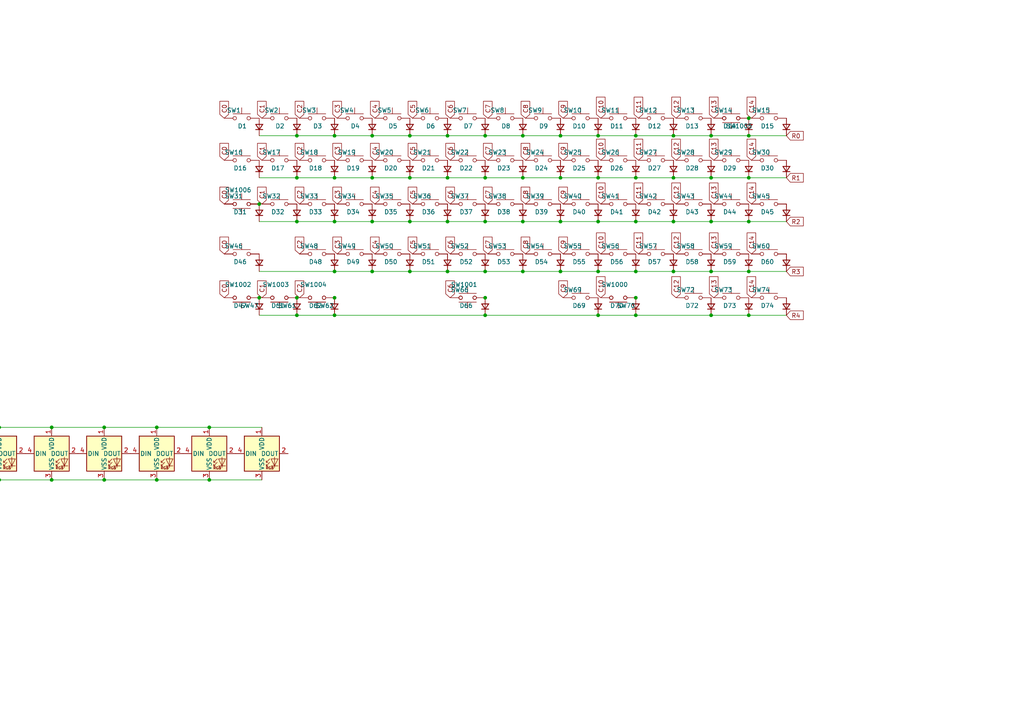
<source format=kicad_sch>
(kicad_sch (version 20240812) (generator "eeschema") (generator_version "8.99")
  (paper "A4")
  (lib_symbols
    (symbol "Connector:Conn_01x04_Pin" (pin_names (offset 1.016) hide)
      (property "Reference" "J" (at 0 5.08 0))
      (property "Value" "Conn_01x04_Pin" (at 0 -7.62 0))
      (symbol "Conn_01x04_Pin_1_1"
        (pin passive line (at 5.08 2.54 180) (length 3.81) (name "Pin_1") (number "1"))
        (pin passive line (at 5.08 0 180) (length 3.81) (name "Pin_2") (number "2"))
        (pin passive line (at 5.08 -2.54 180) (length 3.81) (name "Pin_3") (number "3"))
        (pin passive line (at 5.08 -5.08 180) (length 3.81) (name "Pin_4") (number "4"))
      )
    )
    (symbol "Connector:Conn_01x05_Socket" (pin_names (offset 1.016) hide)
      (property "Reference" "J" (at 0 7.62 0))
      (property "Value" "Conn_01x05_Socket" (at 0 -7.62 0))
      (symbol "Conn_01x05_Socket_1_1"
        (pin passive line (at -5.08 5.08 0) (length 3.81) (name "Pin_1") (number "1"))
        (pin passive line (at -5.08 2.54 0) (length 3.81) (name "Pin_2") (number "2"))
        (pin passive line (at -5.08 0 0) (length 3.81) (name "Pin_3") (number "3"))
        (pin passive line (at -5.08 -2.54 0) (length 3.81) (name "Pin_4") (number "4"))
        (pin passive line (at -5.08 -5.08 0) (length 3.81) (name "Pin_5") (number "5"))
      )
    )
    (symbol "Connector:USB_C_Receptacle_USB2.0_14P" (pin_names (offset 1.016))
      (property "Reference" "J" (at 0 22.225 0))
      (property "Value" "USB_C_Receptacle_USB2.0_14P" (at 0 19.685 0))
      (symbol "USB_C_Receptacle_USB2.0_14P_1_1"
        (pin passive line (at -7.62 -22.86 90) (length 5.08) (name "SHIELD") (number "S1"))
        (pin passive line (at 0 -22.86 90) (length 5.08) (name "GND") (number "A1"))
        (pin passive line (at 0 -22.86 90) (length 5.08) hide (name "GND") (number "A12"))
        (pin passive line (at 0 -22.86 90) (length 5.08) hide (name "GND") (number "B1"))
        (pin passive line (at 0 -22.86 90) (length 5.08) hide (name "GND") (number "B12"))
        (pin passive line (at 15.24 15.24 180) (length 5.08) (name "VBUS") (number "A4"))
        (pin passive line (at 15.24 15.24 180) (length 5.08) hide (name "VBUS") (number "A9"))
        (pin passive line (at 15.24 15.24 180) (length 5.08) hide (name "VBUS") (number "B4"))
        (pin passive line (at 15.24 15.24 180) (length 5.08) hide (name "VBUS") (number "B9"))
        (pin bidirectional line (at 15.24 10.16 180) (length 5.08) (name "CC1") (number "A5"))
        (pin bidirectional line (at 15.24 7.62 180) (length 5.08) (name "CC2") (number "B5"))
        (pin bidirectional line (at 15.24 2.54 180) (length 5.08) (name "D-") (number "A7"))
        (pin bidirectional line (at 15.24 0 180) (length 5.08) (name "D-") (number "B7"))
        (pin bidirectional line (at 15.24 -2.54 180) (length 5.08) (name "D+") (number "A6"))
        (pin bidirectional line (at 15.24 -5.08 180) (length 5.08) (name "D+") (number "B6"))
      )
    )
    (symbol "Device:C_Small" (pin_numbers hide) (pin_names (offset 0.254) hide)
      (property "Reference" "C" (at 0.254 1.778 0))
      (property "Value" "C_Small" (at 0.254 -2.032 0))
      (symbol "C_Small_1_1"
        (pin passive line (at 0 2.54 270) (length 2.032) (name "~") (number "1"))
        (pin passive line (at 0 -2.54 90) (length 2.032) (name "~") (number "2"))
      )
    )
    (symbol "Device:D_Small" (pin_numbers hide) (pin_names (offset 0.254) hide)
      (property "Reference" "D" (at -1.27 2.032 0))
      (property "Value" "D_Small" (at -3.81 -2.032 0))
      (symbol "D_Small_1_1"
        (pin passive line (at -2.54 0 0) (length 1.778) (name "K") (number "1"))
        (pin passive line (at 2.54 0 180) (length 1.778) (name "A") (number "2"))
      )
    )
    (symbol "Device:LED" (pin_numbers hide) (pin_names (offset 1.016) hide)
      (property "Reference" "D" (at 0 2.54 0))
      (property "Value" "LED" (at 0 -2.54 0))
      (symbol "LED_1_1"
        (pin passive line (at -3.81 0 0) (length 2.54) (name "K") (number "1"))
        (pin passive line (at 3.81 0 180) (length 2.54) (name "A") (number "2"))
      )
    )
    (symbol "Device:R" (pin_numbers hide) (pin_names (offset 0))
      (property "Reference" "R" (at 2.032 0 90))
      (property "Value" "R" (at 0 0 90))
      (symbol "R_1_1"
        (pin passive line (at 0 3.81 270) (length 1.27) (name "~") (number "1"))
        (pin passive line (at 0 -3.81 90) (length 1.27) (name "~") (number "2"))
      )
    )
    (symbol "Device:R_Small" (pin_numbers hide) (pin_names (offset 0.254) hide)
      (property "Reference" "R" (at 0.762 0.508 0))
      (property "Value" "R_Small" (at 0.762 -1.016 0))
      (symbol "R_Small_1_1"
        (pin passive line (at 0 2.54 270) (length 0.762) (name "~") (number "1"))
        (pin passive line (at 0 -2.54 90) (length 0.762) (name "~") (number "2"))
      )
    )
    (symbol "LED:WS2812B" (pin_names (offset 0.254))
      (property "Reference" "D" (at 5.08 5.715 0))
      (property "Value" "WS2812B" (at 1.27 -5.715 0))
      (symbol "WS2812B_0_0"
        (text "RGB" (at 2.286 -4.191 0) (effects (font (size 0.762 0.762))))
      )
      (symbol "WS2812B_1_1"
        (pin input line (at -7.62 0 0) (length 2.54) (name "DIN") (number "4"))
        (pin power_in line (at 0 7.62 270) (length 2.54) (name "VDD") (number "1"))
        (pin power_in line (at 0 -7.62 90) (length 2.54) (name "VSS") (number "3"))
        (pin output line (at 7.62 0 180) (length 2.54) (name "DOUT") (number "2"))
      )
    )
    (symbol "Power_Protection:USBLC6-2SC6" (pin_names hide)
      (property "Reference" "U" (at 0.635 5.715 0))
      (property "Value" "USBLC6-2SC6" (at 0.635 3.81 0))
      (symbol "USBLC6-2SC6_1_1"
        (pin passive line (at -5.08 0 0) (length 2.54) (name "I/O1") (number "1"))
        (pin passive line (at -5.08 -2.54 0) (length 2.54) (name "I/O2") (number "3"))
        (pin passive line (at 0 5.08 270) (length 2.54) (name "VBUS") (number "5"))
        (pin passive line (at 0 -7.62 90) (length 2.54) (name "GND") (number "2"))
        (pin passive line (at 5.08 0 180) (length 2.54) (name "I/O1") (number "6"))
        (pin passive line (at 5.08 -2.54 180) (length 2.54) (name "I/O2") (number "4"))
      )
    )
    (symbol "Regulator_Linear:AMS1117"
      (property "Reference" "U" (at -3.81 3.175 0))
      (property "Value" "AMS1117" (at 0 3.175 0))
      (symbol "AMS1117_1_1"
        (pin power_in line (at -7.62 0 0) (length 2.54) (name "VI") (number "3"))
        (pin input line (at 0 -7.62 90) (length 2.54) (name "ADJ") (number "1"))
        (pin power_out line (at 7.62 0 180) (length 2.54) (name "VO") (number "2"))
      )
    )
    (symbol "Switch:SW_Push" (pin_numbers hide) (pin_names (offset 1.016) hide)
      (property "Reference" "SW" (at 1.27 2.54 0))
      (property "Value" "SW_Push" (at 0 -1.524 0))
      (symbol "SW_Push_0_1"
        (pin passive line (at -5.08 0 0) (length 2.54) (name "1") (number "1"))
        (pin passive line (at 5.08 0 180) (length 2.54) (name "2") (number "2"))
      )
    )
    (symbol "power:+3.3V" (power) (pin_numbers hide) (pin_names (offset 0) hide)
      (property "Value" "+3.3V" (at 0 3.556 0))
      (symbol "+3.3V_1_1"
        (pin power_in line (at 0 0 90) (length 0) (name "~") (number "1"))
      )
    )
    (symbol "power:+5V" (power) (pin_numbers hide) (pin_names (offset 0) hide)
      (property "Value" "+5V" (at 0 3.556 0))
      (symbol "+5V_1_1"
        (pin power_in line (at 0 0 90) (length 0) (name "~") (number "1"))
      )
    )
    (symbol "power:GND" (power) (pin_numbers hide) (pin_names (offset 0) hide)
      (property "Value" "GND" (at 0 -3.81 0))
      (symbol "GND_1_1"
        (pin power_in line (at 0 0 270) (length 0) (name "~") (number "1"))
      )
    )
    (symbol "stm32f072:STM32F072-LQFP48-acheronSymbols" (pin_names (offset 1.016))
      (property "Reference" "U1" (at -1.905 3.175 0))
      (property "Value" "STM32F072-LQFP48" (at -15.24 -1.27 0))
      (symbol "STM32F072-LQFP48-acheronSymbols_1_1"
        (pin power_in line (at -43.18 35.56 0) (length 2.54) (name "VBAT") (number "1"))
        (pin bidirectional line (at -43.18 29.21 0) (length 2.54) (name "PC13") (number "2"))
        (pin bidirectional line (at -43.18 22.86 0) (length 2.54) (name "PC14/OSC32_IN") (number "3"))
        (pin bidirectional line (at -43.18 16.51 0) (length 2.54) (name "PC15/OSC32_OUT") (number "4"))
        (pin bidirectional line (at -43.18 10.16 0) (length 2.54) (name "PF0/OSC_IN") (number "5"))
        (pin bidirectional line (at -43.18 3.81 0) (length 2.54) (name "PF1/OSC_OUT") (number "6"))
        (pin input line (at -43.18 -2.54 0) (length 2.54) (name "NRST") (number "7"))
        (pin power_in line (at -43.18 -8.89 0) (length 2.54) (name "VSSA") (number "8"))
        (pin power_in line (at -43.18 -15.24 0) (length 2.54) (name "VDDA") (number "9"))
        (pin bidirectional line (at -43.18 -21.59 0) (length 2.54) (name "PA0/ADC_IN0") (number "10"))
        (pin bidirectional line (at -43.18 -27.94 0) (length 2.54) (name "PA1/ADC_IN1") (number "11"))
        (pin bidirectional line (at -43.18 -34.29 0) (length 2.54) (name "PA2/ADC_IN2") (number "12"))
        (pin input line (at -34.29 44.45 270) (length 2.54) (name "VDD") (number "48"))
        (pin bidirectional line (at -34.29 -43.18 90) (length 2.54) (name "PA3/TIM15_CH2/ADC_IN3") (number "13"))
        (pin input line (at -27.94 44.45 270) (length 2.54) (name "VSS") (number "47"))
        (pin bidirectional line (at -27.94 -43.18 90) (length 2.54) (name "PA4/TIM14_CH1/ADC_IN4") (number "14"))
        (pin input line (at -21.59 44.45 270) (length 2.54) (name "SPI2_NSS/I2S2_WS/I2C1_SDA/TIM17_CH1/PB9") (number "46"))
        (pin bidirectional line (at -21.59 -43.18 90) (length 2.54) (name "PA5/ADC_IN5/DAC_OUT2") (number "15"))
        (pin bidirectional line (at -15.24 44.45 270) (length 2.54) (name "I2C1_SCL/TIM16_CH1/PB8") (number "45"))
        (pin bidirectional line (at -15.24 -43.18 90) (length 2.54) (name "PA6/ADC_IN6/TIM3_CH1/TIM16_CH1") (number "16"))
        (pin output line (at -8.89 44.45 270) (length 2.54) (name "BOOT0") (number "44"))
        (pin bidirectional line (at -8.89 -43.18 90) (length 2.54) (name "PA7/TIM3_CH2/TIM14_CH1/ADC_IN7") (number "17"))
        (pin bidirectional line (at -2.54 44.45 270) (length 2.54) (name "2C1_SDA/PB7") (number "43"))
        (pin bidirectional line (at -2.54 -43.18 90) (length 2.54) (name "PB0/TIM3_CH3/ADC_IN8") (number "18"))
        (pin bidirectional line (at 3.81 44.45 270) (length 2.54) (name "I2C1_SCL/PB6") (number "42"))
        (pin bidirectional line (at 3.81 -43.18 90) (length 2.54) (name "PB1/TIM3_CH4/TIM14_CH1/ADC_IN9") (number "19"))
        (pin bidirectional line (at 10.16 44.45 270) (length 2.54) (name "SPI1_MOSI/I2S1_SD/TIM3_CH2/PB5") (number "41"))
        (pin bidirectional line (at 10.16 -43.18 90) (length 2.54) (name "PB2") (number "20"))
        (pin bidirectional line (at 16.51 44.45 270) (length 2.54) (name "SPI1_MISO/I2S1_MCK/TIM3_CH1/PB4") (number "40"))
        (pin bidirectional line (at 16.51 -43.18 90) (length 2.54) (name "PB10/SPI2_SCK/I2C2_SCL/TIM2_CH3") (number "21"))
        (pin bidirectional line (at 22.86 44.45 270) (length 2.54) (name "SPI1_SCK/I2S1_CK/TIM2_CH2/PB3") (number "39"))
        (pin bidirectional line (at 22.86 -43.18 90) (length 2.54) (name "PB11/TIM2_CH4/I2C2_SDA") (number "22"))
        (pin bidirectional line (at 29.21 44.45 270) (length 2.54) (name "PA2") (number "38"))
        (pin power_in line (at 29.21 -43.18 90) (length 2.54) (name "VSS") (number "23"))
        (pin bidirectional line (at 35.56 44.45 270) (length 2.54) (name "SWCLK/PA14") (number "37"))
        (pin power_in line (at 35.56 -43.18 90) (length 2.54) (name "VDD") (number "24"))
        (pin power_in line (at 44.45 34.29 180) (length 2.54) (name "VDDIO2") (number "36"))
        (pin power_in line (at 44.45 27.94 180) (length 2.54) (name "VSS") (number "35"))
        (pin bidirectional line (at 44.45 21.59 180) (length 2.54) (name "SWDIO/PA13") (number "34"))
        (pin bidirectional line (at 44.45 15.24 180) (length 2.54) (name "USB_DP/PA12") (number "33"))
        (pin bidirectional line (at 44.45 8.89 180) (length 2.54) (name "USB_DM/TIM1_CH4/PA11") (number "32"))
        (pin bidirectional line (at 44.45 2.54 180) (length 2.54) (name "TIM1_CH3/PA10") (number "31"))
        (pin bidirectional line (at 44.45 -3.81 180) (length 2.54) (name "TIM1_CH2/PA9") (number "30"))
        (pin bidirectional line (at 44.45 -10.16 180) (length 2.54) (name "TIM1_CH1/PA8") (number "29"))
        (pin bidirectional line (at 44.45 -16.51 180) (length 2.54) (name "SPI2_MOSI/I2S2_SD/PB15") (number "28"))
        (pin bidirectional line (at 44.45 -22.86 180) (length 2.54) (name "PB14/SPI2_MISO/I2S2_MCK/I2C2_SDA/TIM15_CH1/PB15") (number "27"))
        (pin bidirectional line (at 44.45 -29.21 180) (length 2.54) (name "SPI2_SCK/I2S2_CK/I2C2_SCL/PB13") (number "26"))
        (pin bidirectional line (at 44.45 -35.56 180) (length 2.54) (name "PB12") (number "25"))
      )
    )
  )
  (junction (at -30.734 139.192))
  (junction (at 97.028 51.562))
  (junction (at -220.472 65.278))
  (junction (at -135.636 66.802))
  (junction (at 118.872 64.262))
  (junction (at 86.106 39.37))
  (junction (at 151.638 39.37))
  (junction (at 129.794 64.262))
  (junction (at -0.254 139.192))
  (junction (at 217.17 78.74))
  (junction (at 206.248 64.262))
  (junction (at 151.638 51.562))
  (junction (at -113.792 0.762))
  (junction (at 86.106 51.562))
  (junction (at 173.482 64.262))
  (junction (at 195.326 64.262))
  (junction (at -131.318 61.722))
  (junction (at -198.374 69.088))
  (junction (at -106.934 123.952))
  (junction (at -152.654 139.192))
  (junction (at -113.792 5.08))
  (junction (at 173.482 39.37))
  (junction (at 162.56 39.37))
  (junction (at -76.454 123.952))
  (junction (at -167.894 123.952))
  (junction (at 140.716 78.74))
  (junction (at 140.716 86.36))
  (junction (at -122.174 139.192))
  (junction (at 217.17 64.262))
  (junction (at -220.472 64.008))
  (junction (at 86.106 86.36))
  (junction (at 162.56 51.562))
  (junction (at -15.494 139.192))
  (junction (at 118.872 78.74))
  (junction (at -106.934 139.192))
  (junction (at 173.482 91.44))
  (junction (at 75.184 59.182))
  (junction (at 107.95 51.562))
  (junction (at -152.654 123.952))
  (junction (at -118.872 0.762))
  (junction (at 184.404 91.44))
  (junction (at 184.404 78.74))
  (junction (at -183.134 139.192))
  (junction (at -220.472 57.658))
  (junction (at 97.028 39.37))
  (junction (at -76.454 139.192))
  (junction (at 173.482 78.74))
  (junction (at 118.872 51.562))
  (junction (at -220.472 50.038))
  (junction (at 45.466 123.952))
  (junction (at 97.028 64.262))
  (junction (at -220.472 62.738))
  (junction (at 162.56 64.262))
  (junction (at -198.374 64.008))
  (junction (at -106.934 2.794))
  (junction (at 206.248 78.74))
  (junction (at 217.17 51.562))
  (junction (at 173.482 51.562))
  (junction (at 151.638 78.74))
  (junction (at -183.134 123.952))
  (junction (at -137.414 123.952))
  (junction (at 60.706 139.192))
  (junction (at -220.472 55.118))
  (junction (at 206.248 91.44))
  (junction (at 86.106 64.262))
  (junction (at -61.214 123.952))
  (junction (at 195.326 39.37))
  (junction (at -220.472 67.818))
  (junction (at -167.894 139.192))
  (junction (at 184.404 64.262))
  (junction (at -50.546 98.298))
  (junction (at 140.716 91.44))
  (junction (at 86.106 91.44))
  (junction (at -198.374 66.548))
  (junction (at -128.524 16.764))
  (junction (at -38.1 23.876))
  (junction (at 140.716 39.37))
  (junction (at -220.472 70.358))
  (junction (at 45.466 139.192))
  (junction (at -61.214 139.192))
  (junction (at -33.782 18.796))
  (junction (at 184.404 39.37))
  (junction (at 14.986 123.952))
  (junction (at -139.954 -3.81))
  (junction (at 107.95 78.74))
  (junction (at -50.546 102.616))
  (junction (at -33.782 23.876))
  (junction (at 129.794 78.74))
  (junction (at -106.934 -4.826))
  (junction (at -0.254 123.952))
  (junction (at 118.872 39.37))
  (junction (at -55.626 98.298))
  (junction (at -55.626 102.616))
  (junction (at -118.872 5.08))
  (junction (at 30.226 139.192))
  (junction (at 75.184 86.36))
  (junction (at 217.17 39.37))
  (junction (at -243.332 88.138))
  (junction (at 129.794 51.562))
  (junction (at -137.414 139.192))
  (junction (at -198.374 61.468))
  (junction (at 60.706 123.952))
  (junction (at -91.694 123.952))
  (junction (at -137.16 -3.81))
  (junction (at 206.248 39.37))
  (junction (at -45.974 123.952))
  (junction (at -122.174 123.952))
  (junction (at -30.734 123.952))
  (junction (at 140.716 51.562))
  (junction (at 97.028 78.74))
  (junction (at 184.404 86.36))
  (junction (at -15.494 123.952))
  (junction (at 97.028 91.44))
  (junction (at -131.318 66.802))
  (junction (at 129.794 39.37))
  (junction (at 184.404 51.562))
  (junction (at -235.712 88.138))
  (junction (at -45.974 139.192))
  (junction (at 14.986 139.192))
  (junction (at 140.716 64.262))
  (junction (at 217.17 34.29))
  (junction (at -38.1 18.796))
  (junction (at 107.95 39.37))
  (junction (at 30.226 123.952))
  (junction (at 206.248 51.562))
  (junction (at 107.95 64.262))
  (junction (at 151.638 64.262))
  (junction (at 162.56 78.74))
  (junction (at -220.472 56.388))
  (junction (at 195.326 78.74))
  (junction (at 217.17 91.44))
  (junction (at -135.636 61.722))
  (junction (at -91.694 139.192))
  (junction (at 195.326 51.562))
  (junction (at 97.028 86.36))
  (no_connect (at -128.524 48.514))
  (no_connect (at -128.524 42.164))
  (wire (pts (xy -45.974 123.952) (xy -30.734 123.952)))
  (wire (pts (xy 97.028 91.44) (xy 140.716 91.44)))
  (wire (pts (xy 173.482 51.562) (xy 184.404 51.562)))
  (wire (pts (xy -150.114 -3.81) (xy -150.114 -7.62)))
  (wire (pts (xy 14.986 123.952) (xy 30.226 123.952)))
  (wire (pts (xy -91.694 123.952) (xy -76.454 123.952)))
  (wire (pts (xy 97.028 64.262) (xy 107.95 64.262)))
  (wire (pts (xy 97.028 51.562) (xy 107.95 51.562)))
  (wire (pts (xy -128.524 66.802) (xy -131.318 66.802)))
  (wire (pts (xy -131.318 66.802) (xy -135.636 66.802)))
  (wire (pts (xy 195.326 78.74) (xy 206.248 78.74)))
  (wire (pts (xy -220.472 62.738) (xy -220.472 64.008)))
  (wire (pts (xy 30.226 123.952) (xy 45.466 123.952)))
  (wire (pts (xy -137.16 -9.144) (xy -139.954 -9.144)))
  (wire (pts (xy 173.482 39.37) (xy 184.404 39.37)))
  (wire (pts (xy -55.626 95.504) (xy -56.134 95.504)))
  (wire (pts (xy -113.792 7.874) (xy -113.284 7.874)))
  (wire (pts (xy -55.626 102.616) (xy -55.626 98.298)))
  (wire (pts (xy 217.17 39.37) (xy 228.092 39.37)))
  (wire (pts (xy -122.174 139.192) (xy -106.934 139.192)))
  (wire (pts (xy 97.028 78.74) (xy 107.95 78.74)))
  (wire (pts (xy 162.56 78.74) (xy 173.482 78.74)))
  (wire (pts (xy -183.134 139.192) (xy -167.894 139.192)))
  (wire (pts (xy 206.248 51.562) (xy 217.17 51.562)))
  (wire (pts (xy -128.524 61.722) (xy -128.524 61.214)))
  (wire (pts (xy -30.734 139.192) (xy -15.494 139.192)))
  (wire (pts (xy -243.332 88.138) (xy -235.712 88.138)))
  (wire (pts (xy -137.414 123.952) (xy -122.174 123.952)))
  (wire (pts (xy -15.494 139.192) (xy -0.254 139.192)))
  (wire (pts (xy -45.974 139.192) (xy -30.734 139.192)))
  (wire (pts (xy -55.626 98.298) (xy -55.626 95.504)))
  (wire (pts (xy 217.17 64.262) (xy 228.092 64.262)))
  (wire (pts (xy -137.414 139.192) (xy -122.174 139.192)))
  (wire (pts (xy 195.326 64.262) (xy 206.248 64.262)))
  (wire (pts (xy -118.872 5.08) (xy -118.872 0.762)))
  (wire (pts (xy 118.872 39.37) (xy 129.794 39.37)))
  (wire (pts (xy 86.106 51.562) (xy 97.028 51.562)))
  (wire (pts (xy 107.95 78.74) (xy 118.872 78.74)))
  (wire (pts (xy 75.184 39.37) (xy 86.106 39.37)))
  (wire (pts (xy 118.872 64.262) (xy 129.794 64.262)))
  (wire (pts (xy 184.404 39.37) (xy 195.326 39.37)))
  (wire (pts (xy 173.482 91.44) (xy 184.404 91.44)))
  (wire (pts (xy -198.374 66.548) (xy -220.472 66.548)))
  (wire (pts (xy -137.16 -3.81) (xy -137.16 -4.064)))
  (wire (pts (xy 129.794 64.262) (xy 140.716 64.262)))
  (wire (pts (xy 173.482 64.262) (xy 184.404 64.262)))
  (wire (pts (xy -15.494 123.952) (xy -0.254 123.952)))
  (wire (pts (xy -119.634 7.874) (xy -118.872 7.874)))
  (wire (pts (xy 184.404 91.44) (xy 206.248 91.44)))
  (wire (pts (xy 140.716 91.44) (xy 173.482 91.44)))
  (wire (pts (xy -50.546 95.504) (xy -50.546 98.298)))
  (wire (pts (xy -139.954 -7.62) (xy -139.954 -3.81)))
  (wire (pts (xy 107.95 64.262) (xy 118.872 64.262)))
  (wire (pts (xy 217.17 91.44) (xy 228.092 91.44)))
  (wire (pts (xy 129.794 51.562) (xy 140.716 51.562)))
  (wire (pts (xy -152.654 123.952) (xy -137.414 123.952)))
  (wire (pts (xy -33.782 23.876) (xy -38.1 23.876)))
  (wire (pts (xy -106.934 123.952) (xy -91.694 123.952)))
  (wire (pts (xy 75.184 91.44) (xy 86.106 91.44)))
  (wire (pts (xy 195.326 39.37) (xy 206.248 39.37)))
  (wire (pts (xy 75.184 78.74) (xy 97.028 78.74)))
  (wire (pts (xy 129.794 39.37) (xy 140.716 39.37)))
  (wire (pts (xy -118.872 7.874) (xy -118.872 5.08)))
  (wire (pts (xy -0.254 123.952) (xy 14.986 123.952)))
  (wire (pts (xy 184.404 51.562) (xy 195.326 51.562)))
  (wire (pts (xy -167.894 139.192) (xy -152.654 139.192)))
  (wire (pts (xy -220.472 55.118) (xy -220.472 56.388)))
  (wire (pts (xy -61.214 139.192) (xy -45.974 139.192)))
  (wire (pts (xy 118.872 78.74) (xy 129.794 78.74)))
  (wire (pts (xy 195.326 51.562) (xy 206.248 51.562)))
  (wire (pts (xy 86.106 64.262) (xy 97.028 64.262)))
  (wire (pts (xy -38.1 18.796) (xy -33.782 18.796)))
  (wire (pts (xy -220.472 64.008) (xy -198.374 64.008)))
  (wire (pts (xy -135.636 61.722) (xy -131.318 61.722)))
  (wire (pts (xy -40.894 18.796) (xy -38.1 18.796)))
  (wire (pts (xy 86.106 39.37) (xy 97.028 39.37)))
  (wire (pts (xy -49.784 95.504) (xy -50.546 95.504)))
  (wire (pts (xy 140.716 51.562) (xy 151.638 51.562)))
  (wire (pts (xy 184.404 78.74) (xy 195.326 78.74)))
  (wire (pts (xy 162.56 39.37) (xy 173.482 39.37)))
  (wire (pts (xy -139.954 -3.81) (xy -137.16 -3.81)))
  (wire (pts (xy -147.574 -3.81) (xy -150.114 -3.81)))
  (wire (pts (xy 140.716 78.74) (xy 151.638 78.74)))
  (wire (pts (xy -76.454 139.192) (xy -61.214 139.192)))
  (wire (pts (xy -113.792 5.08) (xy -113.792 7.874)))
  (wire (pts (xy 107.95 39.37) (xy 118.872 39.37)))
  (wire (pts (xy 60.706 123.952) (xy 75.946 123.952)))
  (wire (pts (xy 75.184 51.562) (xy 86.106 51.562)))
  (wire (pts (xy 206.248 39.37) (xy 217.17 39.37)))
  (wire (pts (xy 14.986 139.192) (xy 30.226 139.192)))
  (wire (pts (xy -122.174 123.952) (xy -106.934 123.952)))
  (wire (pts (xy 217.17 51.562) (xy 228.092 51.562)))
  (wire (pts (xy -142.494 -3.81) (xy -139.954 -3.81)))
  (wire (pts (xy -198.374 66.548) (xy -187.198 66.548)))
  (wire (pts (xy 206.248 91.44) (xy 217.17 91.44)))
  (wire (pts (xy 162.56 64.262) (xy 173.482 64.262)))
  (wire (pts (xy 151.638 78.74) (xy 162.56 78.74)))
  (wire (pts (xy 151.638 39.37) (xy 162.56 39.37)))
  (wire (pts (xy -61.214 123.952) (xy -45.974 123.952)))
  (wire (pts (xy -220.472 67.818) (xy -220.472 70.358)))
  (wire (pts (xy 184.404 64.262) (xy 195.326 64.262)))
  (wire (pts (xy 60.706 139.192) (xy 75.946 139.192)))
  (wire (pts (xy 206.248 64.262) (xy 217.17 64.262)))
  (wire (pts (xy -91.694 139.192) (xy -76.454 139.192)))
  (wire (pts (xy -30.734 123.952) (xy -15.494 123.952)))
  (wire (pts (xy -113.792 0.762) (xy -113.792 5.08)))
  (wire (pts (xy 97.028 39.37) (xy 107.95 39.37)))
  (wire (pts (xy 217.17 78.74) (xy 228.092 78.74)))
  (wire (pts (xy 45.466 123.952) (xy 60.706 123.952)))
  (wire (pts (xy 173.482 78.74) (xy 184.404 78.74)))
  (wire (pts (xy 45.466 139.192) (xy 60.706 139.192)))
  (wire (pts (xy -167.894 123.952) (xy -152.654 123.952)))
  (wire (pts (xy -50.546 98.298) (xy -50.546 102.616)))
  (wire (pts (xy 206.248 78.74) (xy 217.17 78.74)))
  (wire (pts (xy -76.454 123.952) (xy -61.214 123.952)))
  (wire (pts (xy 86.106 91.44) (xy 97.028 91.44)))
  (wire (pts (xy 151.638 64.262) (xy 162.56 64.262)))
  (wire (pts (xy 140.716 39.37) (xy 151.638 39.37)))
  (wire (pts (xy 75.184 64.262) (xy 86.106 64.262)))
  (wire (pts (xy -152.654 139.192) (xy -137.414 139.192)))
  (wire (pts (xy -106.934 139.192) (xy -91.694 139.192)))
  (wire (pts (xy -128.524 67.564) (xy -128.524 66.802)))
  (wire (pts (xy -38.1 23.876) (xy -40.894 23.876)))
  (wire (pts (xy -40.894 23.876) (xy -40.894 24.384)))
  (wire (pts (xy -220.472 66.548) (xy -220.472 67.818)))
  (wire (pts (xy -0.254 139.192) (xy 14.986 139.192)))
  (wire (pts (xy 107.95 51.562) (xy 118.872 51.562)))
  (wire (pts (xy 140.716 64.262) (xy 151.638 64.262)))
  (wire (pts (xy 129.794 78.74) (xy 140.716 78.74)))
  (wire (pts (xy 118.872 51.562) (xy 129.794 51.562)))
  (wire (pts (xy 151.638 51.562) (xy 162.56 51.562)))
  (wire (pts (xy -220.472 56.388) (xy -220.472 57.658)))
  (wire (pts (xy -183.134 123.952) (xy -167.894 123.952)))
  (wire (pts (xy -220.472 64.008) (xy -220.472 65.278)))
  (wire (pts (xy -40.894 18.034) (xy -40.894 18.796)))
  (wire (pts (xy -131.318 61.722) (xy -128.524 61.722)))
  (wire (pts (xy 162.56 51.562) (xy 173.482 51.562)))
  (wire (pts (xy 30.226 139.192) (xy 45.466 139.192)))
  (wire (pts (xy -198.374 64.008) (xy -187.198 64.008)))
  (global_label "C0" (shape input) (at -62.484 95.504 270) (property "Intersheetrefs" "${INTERSHEET_REFS}" (effects (hide yes))))
  (global_label "D+" (shape input) (at -177.038 66.548 0) (property "Intersheetrefs" "${INTERSHEET_REFS}" (effects (hide yes))))
  (global_label "boot" (shape input) (at -94.234 7.874 90) (property "Intersheetrefs" "${INTERSHEET_REFS}" (effects (hide yes))))
  (global_label "C11" (shape input) (at 185.166 59.182 90) (property "Intersheetrefs" "${INTERSHEET_REFS}" (effects (hide yes))))
  (global_label "C3" (shape input) (at 97.79 59.182 90) (property "Intersheetrefs" "${INTERSHEET_REFS}" (effects (hide yes))))
  (global_label "C2" (shape input) (at 86.868 46.482 90) (property "Intersheetrefs" "${INTERSHEET_REFS}" (effects (hide yes))))
  (global_label "C4" (shape input) (at 108.712 34.29 90) (property "Intersheetrefs" "${INTERSHEET_REFS}" (effects (hide yes))))
  (global_label "C14" (shape input) (at 217.932 59.182 90) (property "Intersheetrefs" "${INTERSHEET_REFS}" (effects (hide yes))))
  (global_label "DIO" (shape input) (at -83.566 65.278 270) (property "Intersheetrefs" "${INTERSHEET_REFS}" (effects (hide yes))))
  (global_label "RST" (shape input) (at -86.106 65.278 270) (property "Intersheetrefs" "${INTERSHEET_REFS}" (effects (hide yes))))
  (global_label "C1" (shape input) (at 75.946 34.29 90) (property "Intersheetrefs" "${INTERSHEET_REFS}" (effects (hide yes))))
  (global_label "RGB" (shape input) (at -94.234 95.504 270) (property "Intersheetrefs" "${INTERSHEET_REFS}" (effects (hide yes))))
  (global_label "C6" (shape input) (at 130.556 86.36 90) (property "Intersheetrefs" "${INTERSHEET_REFS}" (effects (hide yes))))
  (global_label "C7" (shape input) (at -113.284 95.504 270) (property "Intersheetrefs" "${INTERSHEET_REFS}" (effects (hide yes))))
  (global_label "C8" (shape input) (at 152.4 73.66 90) (property "Intersheetrefs" "${INTERSHEET_REFS}" (effects (hide yes))))
  (global_label "C9" (shape input) (at -128.524 23.114 180) (property "Intersheetrefs" "${INTERSHEET_REFS}" (effects (hide yes))))
  (global_label "C11" (shape input) (at 185.166 73.66 90) (property "Intersheetrefs" "${INTERSHEET_REFS}" (effects (hide yes))))
  (global_label "RST" (shape input) (at -128.524 54.864 180) (property "Intersheetrefs" "${INTERSHEET_REFS}" (effects (hide yes))))
  (global_label "C9" (shape input) (at 163.322 34.29 90) (property "Intersheetrefs" "${INTERSHEET_REFS}" (effects (hide yes))))
  (global_label "D+" (shape input) (at -40.894 37.084 0) (property "Intersheetrefs" "${INTERSHEET_REFS}" (effects (hide yes))))
  (global_label "C13" (shape input) (at 207.01 46.482 90) (property "Intersheetrefs" "${INTERSHEET_REFS}" (effects (hide yes))))
  (global_label "C6" (shape input) (at 130.556 59.182 90) (property "Intersheetrefs" "${INTERSHEET_REFS}" (effects (hide yes))))
  (global_label "R3" (shape input) (at -40.894 68.834 0) (property "Intersheetrefs" "${INTERSHEET_REFS}" (effects (hide yes))))
  (global_label "C13" (shape input) (at 207.01 59.182 90) (property "Intersheetrefs" "${INTERSHEET_REFS}" (effects (hide yes))))
  (global_label "C5" (shape input) (at 119.634 46.482 90) (property "Intersheetrefs" "${INTERSHEET_REFS}" (effects (hide yes))))
  (global_label "C5" (shape input) (at 119.634 73.66 90) (property "Intersheetrefs" "${INTERSHEET_REFS}" (effects (hide yes))))
  (global_label "C7" (shape input) (at 141.478 59.182 90) (property "Intersheetrefs" "${INTERSHEET_REFS}" (effects (hide yes))))
  (global_label "C7" (shape input) (at 141.478 34.29 90) (property "Intersheetrefs" "${INTERSHEET_REFS}" (effects (hide yes))))
  (global_label "C1" (shape input) (at 75.946 86.36 90) (property "Intersheetrefs" "${INTERSHEET_REFS}" (effects (hide yes))))
  (global_label "C4" (shape input) (at 108.712 46.482 90) (property "Intersheetrefs" "${INTERSHEET_REFS}" (effects (hide yes))))
  (global_label "RGB" (shape input) (at -147.574 40.894 180) (property "Intersheetrefs" "${INTERSHEET_REFS}" (effects (hide yes))))
  (global_label "C5" (shape input) (at 119.634 59.182 90) (property "Intersheetrefs" "${INTERSHEET_REFS}" (effects (hide yes))))
  (global_label "R0" (shape input) (at -40.894 87.884 0) (property "Intersheetrefs" "${INTERSHEET_REFS}" (effects (hide yes))))
  (global_label "C8" (shape input) (at 152.4 46.482 90) (property "Intersheetrefs" "${INTERSHEET_REFS}" (effects (hide yes))))
  (global_label "C2" (shape input) (at 86.868 86.36 90) (property "Intersheetrefs" "${INTERSHEET_REFS}" (effects (hide yes))))
  (global_label "CLK" (shape input) (at -49.784 7.874 90) (property "Intersheetrefs" "${INTERSHEET_REFS}" (effects (hide yes))))
  (global_label "C2" (shape input) (at 86.868 34.29 90) (property "Intersheetrefs" "${INTERSHEET_REFS}" (effects (hide yes))))
  (global_label "C10" (shape input) (at 174.244 34.29 90) (property "Intersheetrefs" "${INTERSHEET_REFS}" (effects (hide yes))))
  (global_label "C14" (shape input) (at 217.932 34.29 90) (property "Intersheetrefs" "${INTERSHEET_REFS}" (effects (hide yes))))
  (global_label "C12" (shape input) (at -75.184 7.874 90) (property "Intersheetrefs" "${INTERSHEET_REFS}" (effects (hide yes))))
  (global_label "R4" (shape input) (at 228.092 91.44 0) (property "Intersheetrefs" "${INTERSHEET_REFS}" (effects (hide yes))))
  (global_label "C12" (shape input) (at 196.088 59.182 90) (property "Intersheetrefs" "${INTERSHEET_REFS}" (effects (hide yes))))
  (global_label "C1" (shape input) (at 75.946 46.482 90) (property "Intersheetrefs" "${INTERSHEET_REFS}" (effects (hide yes))))
  (global_label "C14" (shape input) (at -62.484 7.874 90) (property "Intersheetrefs" "${INTERSHEET_REFS}" (effects (hide yes))))
  (global_label "C11" (shape input) (at -81.534 7.874 90) (property "Intersheetrefs" "${INTERSHEET_REFS}" (effects (hide yes))))
  (global_label "C12" (shape input) (at 196.088 73.66 90) (property "Intersheetrefs" "${INTERSHEET_REFS}" (effects (hide yes))))
  (global_label "C12" (shape input) (at 196.088 46.482 90) (property "Intersheetrefs" "${INTERSHEET_REFS}" (effects (hide yes))))
  (global_label "C6" (shape input) (at -106.934 95.504 270) (property "Intersheetrefs" "${INTERSHEET_REFS}" (effects (hide yes))))
  (global_label "C13" (shape input) (at 207.01 86.36 90) (property "Intersheetrefs" "${INTERSHEET_REFS}" (effects (hide yes))))
  (global_label "R0" (shape input) (at 228.092 39.37 0) (property "Intersheetrefs" "${INTERSHEET_REFS}" (effects (hide yes))))
  (global_label "C14" (shape input) (at 217.932 86.36 90) (property "Intersheetrefs" "${INTERSHEET_REFS}" (effects (hide yes))))
  (global_label "C10" (shape input) (at 174.244 73.66 90) (property "Intersheetrefs" "${INTERSHEET_REFS}" (effects (hide yes))))
  (global_label "C14" (shape input) (at 217.932 73.66 90) (property "Intersheetrefs" "${INTERSHEET_REFS}" (effects (hide yes))))
  (global_label "C0" (shape input) (at 65.024 34.29 90) (property "Intersheetrefs" "${INTERSHEET_REFS}" (effects (hide yes))))
  (global_label "C6" (shape input) (at 130.556 46.482 90) (property "Intersheetrefs" "${INTERSHEET_REFS}" (effects (hide yes))))
  (global_label "C6" (shape input) (at 130.556 73.66 90) (property "Intersheetrefs" "${INTERSHEET_REFS}" (effects (hide yes))))
  (global_label "C4" (shape input) (at -87.884 95.504 270) (property "Intersheetrefs" "${INTERSHEET_REFS}" (effects (hide yes))))
  (global_label "C0" (shape input) (at 65.024 86.36 90) (property "Intersheetrefs" "${INTERSHEET_REFS}" (effects (hide yes))))
  (global_label "DIO" (shape input) (at -40.894 30.734 0) (property "Intersheetrefs" "${INTERSHEET_REFS}" (effects (hide yes))))
  (global_label "C1" (shape input) (at 75.946 59.182 90) (property "Intersheetrefs" "${INTERSHEET_REFS}" (effects (hide yes))))
  (global_label "C9" (shape input) (at 163.322 46.482 90) (property "Intersheetrefs" "${INTERSHEET_REFS}" (effects (hide yes))))
  (global_label "RGB" (shape input) (at -190.754 131.572 180) (property "Intersheetrefs" "${INTERSHEET_REFS}" (effects (hide yes))))
  (global_label "C11" (shape input) (at 185.166 46.482 90) (property "Intersheetrefs" "${INTERSHEET_REFS}" (effects (hide yes))))
  (global_label "C10" (shape input) (at -87.884 7.874 90) (property "Intersheetrefs" "${INTERSHEET_REFS}" (effects (hide yes))))
  (global_label "C1" (shape input) (at -68.834 95.504 270) (property "Intersheetrefs" "${INTERSHEET_REFS}" (effects (hide yes))))
  (global_label "C3" (shape input) (at 97.79 34.29 90) (property "Intersheetrefs" "${INTERSHEET_REFS}" (effects (hide yes))))
  (global_label "C0" (shape input) (at 65.024 46.482 90) (property "Intersheetrefs" "${INTERSHEET_REFS}" (effects (hide yes))))
  (global_label "C13" (shape input) (at 207.01 34.29 90) (property "Intersheetrefs" "${INTERSHEET_REFS}" (effects (hide yes))))
  (global_label "C12" (shape input) (at 196.088 86.36 90) (property "Intersheetrefs" "${INTERSHEET_REFS}" (effects (hide yes))))
  (global_label "C12" (shape input) (at 196.088 34.29 90) (property "Intersheetrefs" "${INTERSHEET_REFS}" (effects (hide yes))))
  (global_label "C6" (shape input) (at 130.556 34.29 90) (property "Intersheetrefs" "${INTERSHEET_REFS}" (effects (hide yes))))
  (global_label "C2" (shape input) (at 86.868 59.182 90) (property "Intersheetrefs" "${INTERSHEET_REFS}" (effects (hide yes))))
  (global_label "C4" (shape input) (at 108.712 73.66 90) (property "Intersheetrefs" "${INTERSHEET_REFS}" (effects (hide yes))))
  (global_label "C10" (shape input) (at 174.244 59.182 90) (property "Intersheetrefs" "${INTERSHEET_REFS}" (effects (hide yes))))
  (global_label "C3" (shape input) (at 97.79 73.66 90) (property "Intersheetrefs" "${INTERSHEET_REFS}" (effects (hide yes))))
  (global_label "C7" (shape input) (at 141.478 73.66 90) (property "Intersheetrefs" "${INTERSHEET_REFS}" (effects (hide yes))))
  (global_label "R3" (shape input) (at 228.092 78.74 0) (property "Intersheetrefs" "${INTERSHEET_REFS}" (effects (hide yes))))
  (global_label "C14" (shape input) (at 217.932 46.482 90) (property "Intersheetrefs" "${INTERSHEET_REFS}" (effects (hide yes))))
  (global_label "C8" (shape input) (at 152.4 34.29 90) (property "Intersheetrefs" "${INTERSHEET_REFS}" (effects (hide yes))))
  (global_label "boot" (shape input) (at -137.16 -9.144 90) (property "Intersheetrefs" "${INTERSHEET_REFS}" (effects (hide yes))))
  (global_label "R1" (shape input) (at 228.092 51.562 0) (property "Intersheetrefs" "${INTERSHEET_REFS}" (effects (hide yes))))
  (global_label "C2" (shape input) (at 86.868 73.66 90) (property "Intersheetrefs" "${INTERSHEET_REFS}" (effects (hide yes))))
  (global_label "R2" (shape input) (at -40.894 75.184 0) (property "Intersheetrefs" "${INTERSHEET_REFS}" (effects (hide yes))))
  (global_label "RST" (shape input) (at -150.114 -7.62 180) (property "Intersheetrefs" "${INTERSHEET_REFS}" (effects (hide yes))))
  (global_label "C11" (shape input) (at 185.166 34.29 90) (property "Intersheetrefs" "${INTERSHEET_REFS}" (effects (hide yes))))
  (global_label "C3" (shape input) (at 97.79 46.482 90) (property "Intersheetrefs" "${INTERSHEET_REFS}" (effects (hide yes))))
  (global_label "C9" (shape input) (at 163.322 59.182 90) (property "Intersheetrefs" "${INTERSHEET_REFS}" (effects (hide yes))))
  (global_label "C4" (shape input) (at 108.712 59.182 90) (property "Intersheetrefs" "${INTERSHEET_REFS}" (effects (hide yes))))
  (global_label "C7" (shape input) (at 141.478 46.482 90) (property "Intersheetrefs" "${INTERSHEET_REFS}" (effects (hide yes))))
  (global_label "C3" (shape input) (at -81.534 95.504 270) (property "Intersheetrefs" "${INTERSHEET_REFS}" (effects (hide yes))))
  (global_label "R1" (shape input) (at -40.894 81.534 0) (property "Intersheetrefs" "${INTERSHEET_REFS}" (effects (hide yes))))
  (global_label "CLK" (shape input) (at -81.026 65.278 270) (property "Intersheetrefs" "${INTERSHEET_REFS}" (effects (hide yes))))
  (global_label "C9" (shape input) (at 163.322 73.66 90) (property "Intersheetrefs" "${INTERSHEET_REFS}" (effects (hide yes))))
  (global_label "D-" (shape input) (at -177.038 64.008 0) (property "Intersheetrefs" "${INTERSHEET_REFS}" (effects (hide yes))))
  (global_label "C10" (shape input) (at 174.244 46.482 90) (property "Intersheetrefs" "${INTERSHEET_REFS}" (effects (hide yes))))
  (global_label "C9" (shape input) (at 163.322 86.36 90) (property "Intersheetrefs" "${INTERSHEET_REFS}" (effects (hide yes))))
  (global_label "C8" (shape input) (at -119.634 95.504 270) (property "Intersheetrefs" "${INTERSHEET_REFS}" (effects (hide yes))))
  (global_label "C2" (shape input) (at -75.184 95.504 270) (property "Intersheetrefs" "${INTERSHEET_REFS}" (effects (hide yes))))
  (global_label "C10" (shape input) (at 174.244 86.36 90) (property "Intersheetrefs" "${INTERSHEET_REFS}" (effects (hide yes))))
  (global_label "C0" (shape input) (at 65.024 59.182 90) (property "Intersheetrefs" "${INTERSHEET_REFS}" (effects (hide yes))))
  (global_label "C5" (shape input) (at -100.584 95.504 270) (property "Intersheetrefs" "${INTERSHEET_REFS}" (effects (hide yes))))
  (global_label "C8" (shape input) (at 152.4 59.182 90) (property "Intersheetrefs" "${INTERSHEET_REFS}" (effects (hide yes))))
  (global_label "C0" (shape input) (at 65.024 73.66 90) (property "Intersheetrefs" "${INTERSHEET_REFS}" (effects (hide yes))))
  (global_label "R4" (shape input) (at -128.524 80.264 180) (property "Intersheetrefs" "${INTERSHEET_REFS}" (effects (hide yes))))
  (global_label "C13" (shape input) (at 207.01 73.66 90) (property "Intersheetrefs" "${INTERSHEET_REFS}" (effects (hide yes))))
  (global_label "R2" (shape input) (at 228.092 64.262 0) (property "Intersheetrefs" "${INTERSHEET_REFS}" (effects (hide yes))))
  (global_label "C13" (shape input) (at -68.834 7.874 90) (property "Intersheetrefs" "${INTERSHEET_REFS}" (effects (hide yes))))
  (global_label "D-" (shape input) (at -40.894 43.434 0) (property "Intersheetrefs" "${INTERSHEET_REFS}" (effects (hide yes))))
  (global_label "C5" (shape input) (at 119.634 34.29 90) (property "Intersheetrefs" "${INTERSHEET_REFS}" (effects (hide yes))))
  (symbol (lib_id "Device:D_Small") (at 217.17 49.022 90) (unit 1)
    (property "Reference" "D29" (at 213.614 48.768 90) (effects (justify left)))
    (property "Value" "D_Small" (effects (hide yes)))
    (property "Footprint" "Diode_SMD:D_MiniMELF" (effects (hide yes)))
    (property "Description" "Diode, small symbol" (effects (hide yes)))
    (property "Sim.Device" "D" (effects (hide yes)))
    (property "Sim.Pins" "1=K 2=A" (effects (hide yes)))
  )
  (symbol (lib_id "Device:D_Small") (at 151.638 76.2 90) (unit 1)
    (property "Reference" "D53" (at 148.082 75.946 90) (effects (justify left)))
    (property "Value" "D_Small" (effects (hide yes)))
    (property "Footprint" "Diode_SMD:D_MiniMELF" (effects (hide yes)))
    (property "Description" "Diode, small symbol" (effects (hide yes)))
    (property "Sim.Device" "D" (effects (hide yes)))
    (property "Sim.Pins" "1=K 2=A" (effects (hide yes)))
  )
  (symbol (lib_id "Device:D_Small") (at 97.028 76.2 90) (unit 1)
    (property "Reference" "D48" (at 93.472 75.946 90) (effects (justify left)))
    (property "Value" "D_Small" (effects (hide yes)))
    (property "Footprint" "Diode_SMD:D_MiniMELF" (effects (hide yes)))
    (property "Description" "Diode, small symbol" (effects (hide yes)))
    (property "Sim.Device" "D" (effects (hide yes)))
    (property "Sim.Pins" "1=K 2=A" (effects (hide yes)))
  )
  (symbol (lib_id "Device:D_Small") (at 162.56 36.83 90) (unit 1)
    (property "Reference" "D9" (at 159.004 36.576 90) (effects (justify left)))
    (property "Value" "D_Small" (effects (hide yes)))
    (property "Footprint" "Diode_SMD:D_MiniMELF" (effects (hide yes)))
    (property "Description" "Diode, small symbol" (effects (hide yes)))
    (property "Sim.Device" "D" (effects (hide yes)))
    (property "Sim.Pins" "1=K 2=A" (effects (hide yes)))
  )
  (symbol (lib_id "Switch:SW_Push") (at 81.026 34.29 0) (unit 1)
    (property "Reference" "SW2" (at 78.74 32.004 0))
    (property "Value" "SW_Push" (effects (hide yes)))
    (property "Footprint" "MX_cherry:MXOnly-1U_N" (effects (hide yes)))
    (property "Description" "Push button switch, generic, two pins" (effects (hide yes)))
  )
  (symbol (lib_id "Device:D_Small") (at 184.404 61.722 90) (unit 1)
    (property "Reference" "D41" (at 180.848 61.468 90) (effects (justify left)))
    (property "Value" "D_Small" (effects (hide yes)))
    (property "Footprint" "Diode_SMD:D_MiniMELF" (effects (hide yes)))
    (property "Description" "Diode, small symbol" (effects (hide yes)))
    (property "Sim.Device" "D" (effects (hide yes)))
    (property "Sim.Pins" "1=K 2=A" (effects (hide yes)))
  )
  (symbol (lib_id "Switch:SW_Push") (at 190.246 34.29 0) (unit 1)
    (property "Reference" "SW12" (at 187.96 32.004 0))
    (property "Value" "SW_Push" (effects (hide yes)))
    (property "Footprint" "MX_cherry:MXOnly-1U_N" (effects (hide yes)))
    (property "Description" "Push button switch, generic, two pins" (effects (hide yes)))
  )
  (symbol (lib_id "Switch:SW_Push") (at 157.48 34.29 0) (unit 1)
    (property "Reference" "SW9" (at 155.194 32.004 0))
    (property "Value" "SW_Push" (effects (hide yes)))
    (property "Footprint" "MX_cherry:MXOnly-1U_N" (effects (hide yes)))
    (property "Description" "Push button switch, generic, two pins" (effects (hide yes)))
  )
  (symbol (lib_id "Switch:SW_Push") (at 179.324 86.36 180) (unit 1)
    (property "Reference" "SW70" (at 181.61 88.646 0))
    (property "Value" "SW_Push" (effects (hide yes)))
    (property "Footprint" "MX_cherry:MXOnly-1.25U_N" (effects (hide yes)))
    (property "Description" "Push button switch, generic, two pins" (effects (hide yes)))
  )
  (symbol (lib_id "power:GND") (at -33.782 23.876 90) (unit 1)
    (property "Reference" "#PWR02" (effects (hide yes)))
    (property "Value" "GND" (at -29.718 23.8759 90) (effects (justify right)))
    (property "Description" "Power symbol creates a global label with name \"GND\" , ground" (effects (hide yes)))
  )
  (symbol (lib_id "Switch:SW_Push") (at 168.402 34.29 0) (unit 1)
    (property "Reference" "SW10" (at 166.116 32.004 0))
    (property "Value" "SW_Push" (effects (hide yes)))
    (property "Footprint" "MX_cherry:MXOnly-1U_N" (effects (hide yes)))
    (property "Description" "Push button switch, generic, two pins" (effects (hide yes)))
  )
  (symbol (lib_id "Device:D_Small") (at 151.638 61.722 90) (unit 1)
    (property "Reference" "D38" (at 148.082 61.468 90) (effects (justify left)))
    (property "Value" "D_Small" (effects (hide yes)))
    (property "Footprint" "Diode_SMD:D_MiniMELF" (effects (hide yes)))
    (property "Description" "Diode, small symbol" (effects (hide yes)))
    (property "Sim.Device" "D" (effects (hide yes)))
    (property "Sim.Pins" "1=K 2=A" (effects (hide yes)))
  )
  (symbol (lib_id "LED:WS2812B") (at 60.706 131.572 0) (unit 1)
    (property "Reference" "DRGB16" (effects (hide yes)))
    (property "Value" "WS2812B" (effects (hide yes)))
    (property "Footprint" "LED_SMD:LED_WS2812B_PLCC4_5.0x5.0mm_P3.2mm" (effects (hide yes)))
    (property "Datasheet" "https://cdn-shop.adafruit.com/datasheets/WS2812B.pdf" (effects (hide yes)))
    (property "Description" "RGB LED with integrated controller" (effects (hide yes)))
  )
  (symbol (lib_id "Switch:SW_Push") (at 157.48 46.482 0) (unit 1)
    (property "Reference" "SW24" (at 155.194 44.196 0))
    (property "Value" "SW_Push" (effects (hide yes)))
    (property "Footprint" "MX_cherry:MXOnly-1U_N" (effects (hide yes)))
    (property "Description" "Push button switch, generic, two pins" (effects (hide yes)))
  )
  (symbol (lib_id "Device:D_Small") (at 107.95 36.83 90) (unit 1)
    (property "Reference" "D4" (at 104.394 36.576 90) (effects (justify left)))
    (property "Value" "D_Small" (effects (hide yes)))
    (property "Footprint" "Diode_SMD:D_MiniMELF" (effects (hide yes)))
    (property "Description" "Diode, small symbol" (effects (hide yes)))
    (property "Sim.Device" "D" (effects (hide yes)))
    (property "Sim.Pins" "1=K 2=A" (effects (hide yes)))
  )
  (symbol (lib_id "LED:WS2812B") (at -45.974 131.572 0) (unit 1)
    (property "Reference" "DRGB9" (effects (hide yes)))
    (property "Value" "WS2812B" (effects (hide yes)))
    (property "Footprint" "LED_SMD:LED_WS2812B_PLCC4_5.0x5.0mm_P3.2mm" (effects (hide yes)))
    (property "Datasheet" "https://cdn-shop.adafruit.com/datasheets/WS2812B.pdf" (effects (hide yes)))
    (property "Description" "RGB LED with integrated controller" (effects (hide yes)))
  )
  (symbol (lib_id "power:GND") (at -212.852 56.388 90) (unit 1)
    (property "Reference" "#PWR025" (effects (hide yes)))
    (property "Value" "GND" (at -208.28 56.3879 90) (effects (justify left)))
    (property "Description" "Power symbol creates a global label with name \"GND\" , ground" (effects (hide yes)))
  )
  (symbol (lib_id "LED:WS2812B") (at 45.466 131.572 0) (unit 1)
    (property "Reference" "DRGB15" (effects (hide yes)))
    (property "Value" "WS2812B" (effects (hide yes)))
    (property "Footprint" "LED_SMD:LED_WS2812B_PLCC4_5.0x5.0mm_P3.2mm" (effects (hide yes)))
    (property "Datasheet" "https://cdn-shop.adafruit.com/datasheets/WS2812B.pdf" (effects (hide yes)))
    (property "Description" "RGB LED with integrated controller" (effects (hide yes)))
  )
  (symbol (lib_id "LED:WS2812B") (at -61.214 131.572 0) (unit 1)
    (property "Reference" "DRGB8" (effects (hide yes)))
    (property "Value" "WS2812B" (effects (hide yes)))
    (property "Footprint" "LED_SMD:LED_WS2812B_PLCC4_5.0x5.0mm_P3.2mm" (effects (hide yes)))
    (property "Datasheet" "https://cdn-shop.adafruit.com/datasheets/WS2812B.pdf" (effects (hide yes)))
    (property "Description" "RGB LED with integrated controller" (effects (hide yes)))
  )
  (symbol (lib_id "Switch:SW_Push") (at 70.104 73.66 0) (unit 1)
    (property "Reference" "SW46" (at 67.818 71.374 0))
    (property "Value" "SW_Push" (effects (hide yes)))
    (property "Footprint" "MX_cherry:MXOnly-2.25U_N" (effects (hide yes)))
    (property "Description" "Push button switch, generic, two pins" (effects (hide yes)))
  )
  (symbol (lib_id "Device:D_Small") (at 184.404 49.022 90) (unit 1)
    (property "Reference" "D26" (at 180.848 48.768 90) (effects (justify left)))
    (property "Value" "D_Small" (effects (hide yes)))
    (property "Footprint" "Diode_SMD:D_MiniMELF" (effects (hide yes)))
    (property "Description" "Diode, small symbol" (effects (hide yes)))
    (property "Sim.Device" "D" (effects (hide yes)))
    (property "Sim.Pins" "1=K 2=A" (effects (hide yes)))
  )
  (symbol (lib_id "power:+3.3V") (at -118.872 0.762 0) (unit 1)
    (property "Reference" "#PWR07" (effects (hide yes)))
    (property "Value" "+3.3V" (at -118.8721 -3.302 90) (effects (justify left)))
    (property "Description" "Power symbol creates a global label with name \"+3.3V\"" (effects (hide yes)))
  )
  (symbol (lib_id "Connector:Conn_01x04_Pin") (at -203.454 64.008 0) (unit 1)
    (property "Reference" "J3" (at -202.819 55.88 0))
    (property "Value" "Conn_01x04_Pin" (at -202.819 58.42 0))
    (property "Footprint" "Connector_JST:JST_SH_SM04B-SRSS-TB_1x04-1MP_P1.00mm_Horizontal" (effects (hide yes)))
    (property "Description" "Generic connector, single row, 01x04, script generated" (effects (hide yes)))
  )
  (symbol (lib_id "Device:LED") (at -106.934 -1.016 270) (unit 1)
    (property "Reference" "Dled2" (effects (hide yes)))
    (property "Value" "LED" (effects (hide yes)))
    (property "Footprint" "keyboard:LED-6028" (effects (hide yes)))
    (property "Description" "Light emitting diode" (effects (hide yes)))
  )
  (symbol (lib_id "power:GND") (at -91.186 65.278 0) (unit 1)
    (property "Reference" "#PWR021" (effects (hide yes)))
    (property "Value" "GND" (at -91.186 69.85 0))
    (property "Description" "Power symbol creates a global label with name \"GND\" , ground" (effects (hide yes)))
  )
  (symbol (lib_id "Device:D_Small") (at 86.106 88.9 90) (unit 1)
    (property "Reference" "D61" (at 82.55 88.646 90) (effects (justify left)))
    (property "Value" "D_Small" (effects (hide yes)))
    (property "Footprint" "Diode_SMD:D_MiniMELF" (effects (hide yes)))
    (property "Description" "Diode, small symbol" (effects (hide yes)))
    (property "Sim.Device" "D" (effects (hide yes)))
    (property "Sim.Pins" "1=K 2=A" (effects (hide yes)))
  )
  (symbol (lib_id "Device:D_Small") (at 118.872 61.722 90) (unit 1)
    (property "Reference" "D35" (at 115.316 61.468 90) (effects (justify left)))
    (property "Value" "D_Small" (effects (hide yes)))
    (property "Footprint" "Diode_SMD:D_MiniMELF" (effects (hide yes)))
    (property "Description" "Diode, small symbol" (effects (hide yes)))
    (property "Sim.Device" "D" (effects (hide yes)))
    (property "Sim.Pins" "1=K 2=A" (effects (hide yes)))
  )
  (symbol (lib_id "Device:C_Small") (at -131.318 64.262 0) (unit 1)
    (property "Reference" "C5" (effects (hide yes)))
    (property "Value" "100nF" (at -132.842 64.262 0) (effects (justify left)))
    (property "Footprint" "Capacitor_SMD:C_0805_2012Metric" (effects (hide yes)))
    (property "Description" "Unpolarized capacitor, small symbol" (effects (hide yes)))
  )
  (symbol (lib_id "power:+3.3V") (at -128.524 16.764 90) (unit 1)
    (property "Reference" "#PWR09" (effects (hide yes)))
    (property "Value" "+3.3V" (at -132.588 16.7639 90) (effects (justify left)))
    (property "Description" "Power symbol creates a global label with name \"+3.3V\"" (effects (hide yes)))
  )
  (symbol (lib_id "Device:D_Small") (at 184.404 76.2 90) (unit 1)
    (property "Reference" "D56" (at 180.848 75.946 90) (effects (justify left)))
    (property "Value" "D_Small" (effects (hide yes)))
    (property "Footprint" "Diode_SMD:D_MiniMELF" (effects (hide yes)))
    (property "Description" "Diode, small symbol" (effects (hide yes)))
    (property "Sim.Device" "D" (effects (hide yes)))
    (property "Sim.Pins" "1=K 2=A" (effects (hide yes)))
  )
  (symbol (lib_id "Switch:SW_Push") (at 179.324 46.482 0) (unit 1)
    (property "Reference" "SW26" (at 177.038 44.196 0))
    (property "Value" "SW_Push" (effects (hide yes)))
    (property "Footprint" "MX_cherry:MXOnly-1U_N" (effects (hide yes)))
    (property "Description" "Push button switch, generic, two pins" (effects (hide yes)))
  )
  (symbol (lib_id "Switch:SW_Push") (at 70.104 59.182 0) (unit 1)
    (property "Reference" "SW31" (at 67.818 56.896 0))
    (property "Value" "SW_Push" (effects (hide yes)))
    (property "Footprint" "MX_cherry:MXOnly-1.75U_N" (effects (hide yes)))
    (property "Description" "Push button switch, generic, two pins" (effects (hide yes)))
  )
  (symbol (lib_id "Switch:SW_Push") (at 135.636 86.36 0) (unit 1)
    (property "Reference" "SW66" (at 133.35 84.074 0))
    (property "Value" "SW_Push" (effects (hide yes)))
    (property "Footprint" "MX_cherry:MXOnly-6.25U-FLIPPED-ReversedStabilizers_N" (effects (hide yes)))
    (property "Description" "Push button switch, generic, two pins" (effects (hide yes)))
  )
  (symbol (lib_id "Switch:SW_Push") (at 91.948 86.36 180) (unit 1)
    (property "Reference" "SW1004" (at 90.932 82.55 0))
    (property "Value" "SW_Push" (effects (hide yes)))
    (property "Footprint" "MX_cherry:MXOnly-1.5U_N" (effects (hide yes)))
    (property "Description" "Push button switch, generic, two pins" (effects (hide yes)))
  )
  (symbol (lib_id "Device:C_Small") (at -145.034 -3.81 90) (unit 1)
    (property "Reference" "C10" (effects (hide yes)))
    (property "Value" "4.7uF" (at -145.034 -1.524 0) (effects (justify left)))
    (property "Footprint" "Capacitor_SMD:C_0805_2012Metric" (effects (hide yes)))
    (property "Description" "Unpolarized capacitor, small symbol" (effects (hide yes)))
  )
  (symbol (lib_id "power:GND") (at -128.524 11.684 180) (unit 1)
    (property "Reference" "#PWR010" (effects (hide yes)))
    (property "Value" "GND" (at -128.5241 7.62 90) (effects (justify right)))
    (property "Description" "Power symbol creates a global label with name \"GND\" , ground" (effects (hide yes)))
  )
  (symbol (lib_id "stm32f072:STM32F072-LQFP48-acheronSymbols") (at -85.344 52.324 0) (unit 1)
    (property "Reference" "Ud1" (at -85.344 48.26 0) (effects (font (size 2.0066 2.0066) (bold yes))))
    (property "Value" "STM32F072-LQFP48" (at -85.344 52.07 0) (effects (font (size 2.0066 2.0066) (bold yes))))
    (property "Footprint" "Package_QFP:LQFP-48_7x7mm_P0.5mm" (effects (hide yes)))
  )
  (symbol (lib_id "Switch:SW_Push") (at 81.026 46.482 0) (unit 1)
    (property "Reference" "SW17" (at 78.74 44.196 0))
    (property "Value" "SW_Push" (effects (hide yes)))
    (property "Footprint" "MX_cherry:MXOnly-1U_N" (effects (hide yes)))
    (property "Description" "Push button switch, generic, two pins" (effects (hide yes)))
  )
  (symbol (lib_id "Switch:SW_Push") (at 201.168 34.29 0) (unit 1)
    (property "Reference" "SW13" (at 198.882 32.004 0))
    (property "Value" "SW_Push" (effects (hide yes)))
    (property "Footprint" "MX_cherry:MXOnly-1U_N" (effects (hide yes)))
    (property "Description" "Push button switch, generic, two pins" (effects (hide yes)))
  )
  (symbol (lib_id "power:+3.3V") (at -88.646 65.278 180) (unit 1)
    (property "Reference" "#PWR022" (effects (hide yes)))
    (property "Value" "+3.3V" (at -88.646 69.85 0))
    (property "Description" "Power symbol creates a global label with name \"+3.3V\"" (effects (hide yes)))
  )
  (symbol (lib_id "Switch:SW_Push") (at 102.87 59.182 0) (unit 1)
    (property "Reference" "SW34" (at 100.584 56.896 0))
    (property "Value" "SW_Push" (effects (hide yes)))
    (property "Footprint" "MX_cherry:MXOnly-1U_N" (effects (hide yes)))
    (property "Description" "Push button switch, generic, two pins" (effects (hide yes)))
  )
  (symbol (lib_id "Device:D_Small") (at 97.028 88.9 90) (unit 1)
    (property "Reference" "D62" (at 93.472 88.646 90) (effects (justify left)))
    (property "Value" "D_Small" (effects (hide yes)))
    (property "Footprint" "Diode_SMD:D_MiniMELF" (effects (hide yes)))
    (property "Description" "Diode, small symbol" (effects (hide yes)))
    (property "Sim.Device" "D" (effects (hide yes)))
    (property "Sim.Pins" "1=K 2=A" (effects (hide yes)))
  )
  (symbol (lib_id "Switch:SW_Push") (at 223.012 59.182 0) (unit 1)
    (property "Reference" "SW45" (at 220.726 56.896 0))
    (property "Value" "SW_Push" (effects (hide yes)))
    (property "Footprint" "MX_cherry:MXOnly-1U_N" (effects (hide yes)))
    (property "Description" "Push button switch, generic, two pins" (effects (hide yes)))
  )
  (symbol (lib_id "Switch:SW_Push") (at 223.012 46.482 0) (unit 1)
    (property "Reference" "SW30" (at 220.726 44.196 0))
    (property "Value" "SW_Push" (effects (hide yes)))
    (property "Footprint" "MX_cherry:MXOnly-1U_N" (effects (hide yes)))
    (property "Description" "Push button switch, generic, two pins" (effects (hide yes)))
  )
  (symbol (lib_id "Switch:SW_Push") (at 179.324 86.36 180) (unit 1)
    (property "Reference" "SW1000" (at 178.308 82.55 0))
    (property "Value" "SW_Push" (effects (hide yes)))
    (property "Footprint" "MX_cherry:MXOnly-1.5U_N" (effects (hide yes)))
    (property "Description" "Push button switch, generic, two pins" (effects (hide yes)))
  )
  (symbol (lib_id "power:GND") (at -235.712 88.138 0) (unit 1)
    (property "Reference" "#PWR023" (effects (hide yes)))
    (property "Value" "GND" (at -235.712 92.964 0))
    (property "Description" "Power symbol creates a global label with name \"GND\" , ground" (effects (hide yes)))
  )
  (symbol (lib_id "Device:C_Small") (at -53.086 98.298 90) (unit 1)
    (property "Reference" "C3" (effects (hide yes)))
    (property "Value" "100nF" (at -53.086 99.822 0) (effects (justify left)))
    (property "Footprint" "Capacitor_SMD:C_0805_2012Metric" (effects (hide yes)))
    (property "Description" "Unpolarized capacitor, small symbol" (effects (hide yes)))
  )
  (symbol (lib_id "Device:D_Small") (at 217.17 61.722 90) (unit 1)
    (property "Reference" "D44" (at 213.614 61.468 90) (effects (justify left)))
    (property "Value" "D_Small" (effects (hide yes)))
    (property "Footprint" "Diode_SMD:D_MiniMELF" (effects (hide yes)))
    (property "Description" "Diode, small symbol" (effects (hide yes)))
    (property "Sim.Device" "D" (effects (hide yes)))
    (property "Sim.Pins" "1=K 2=A" (effects (hide yes)))
  )
  (symbol (lib_id "Switch:SW_Push") (at 201.168 59.182 0) (unit 1)
    (property "Reference" "SW43" (at 198.882 56.896 0))
    (property "Value" "SW_Push" (effects (hide yes)))
    (property "Footprint" "MX_cherry:MXOnly-1U_N" (effects (hide yes)))
    (property "Description" "Push button switch, generic, two pins" (effects (hide yes)))
  )
  (symbol (lib_id "Device:D_Small") (at 129.794 76.2 90) (unit 1)
    (property "Reference" "D51" (at 126.238 75.946 90) (effects (justify left)))
    (property "Value" "D_Small" (effects (hide yes)))
    (property "Footprint" "Diode_SMD:D_MiniMELF" (effects (hide yes)))
    (property "Description" "Diode, small symbol" (effects (hide yes)))
    (property "Sim.Device" "D" (effects (hide yes)))
    (property "Sim.Pins" "1=K 2=A" (effects (hide yes)))
  )
  (symbol (lib_id "power:+3.3V") (at -150.114 -9.144 0) (unit 1)
    (property "Reference" "#PWR012" (effects (hide yes)))
    (property "Value" "+3.3V" (at -150.1141 -13.208 90) (effects (justify left)))
    (property "Description" "Power symbol creates a global label with name \"+3.3V\"" (effects (hide yes)))
  )
  (symbol (lib_id "LED:WS2812B") (at -30.734 131.572 0) (unit 1)
    (property "Reference" "DRGB10" (effects (hide yes)))
    (property "Value" "WS2812B" (effects (hide yes)))
    (property "Footprint" "LED_SMD:LED_WS2812B_PLCC4_5.0x5.0mm_P3.2mm" (effects (hide yes)))
    (property "Datasheet" "https://cdn-shop.adafruit.com/datasheets/WS2812B.pdf" (effects (hide yes)))
    (property "Description" "RGB LED with integrated controller" (effects (hide yes)))
  )
  (symbol (lib_id "Switch:SW_Push") (at 168.402 86.36 0) (unit 1)
    (property "Reference" "SW69" (at 166.116 84.074 0))
    (property "Value" "SW_Push" (effects (hide yes)))
    (property "Footprint" "MX_cherry:MXOnly-1.25U_N" (effects (hide yes)))
    (property "Description" "Push button switch, generic, two pins" (effects (hide yes)))
  )
  (symbol (lib_id "power:+5V") (at -164.338 11.938 90) (unit 1)
    (property "Reference" "#PWR013" (effects (hide yes)))
    (property "Value" "+5V" (at -168.656 11.938 0))
    (property "Description" "Power symbol creates a global label with name \"+5V\"" (effects (hide yes)))
  )
  (symbol (lib_id "Device:D_Small") (at 162.56 49.022 90) (unit 1)
    (property "Reference" "D24" (at 159.004 48.768 90) (effects (justify left)))
    (property "Value" "D_Small" (effects (hide yes)))
    (property "Footprint" "Diode_SMD:D_MiniMELF" (effects (hide yes)))
    (property "Description" "Diode, small symbol" (effects (hide yes)))
    (property "Sim.Device" "D" (effects (hide yes)))
    (property "Sim.Pins" "1=K 2=A" (effects (hide yes)))
  )
  (symbol (lib_id "Switch:SW_Push") (at 135.636 34.29 0) (unit 1)
    (property "Reference" "SW7" (at 133.35 32.004 0))
    (property "Value" "SW_Push" (effects (hide yes)))
    (property "Footprint" "MX_cherry:MXOnly-1U_N" (effects (hide yes)))
    (property "Description" "Push button switch, generic, two pins" (effects (hide yes)))
  )
  (symbol (lib_id "Switch:SW_Push") (at 168.402 59.182 0) (unit 1)
    (property "Reference" "SW40" (at 166.116 56.896 0))
    (property "Value" "SW_Push" (effects (hide yes)))
    (property "Footprint" "MX_cherry:MXOnly-1U_N" (effects (hide yes)))
    (property "Description" "Push button switch, generic, two pins" (effects (hide yes)))
  )
  (symbol (lib_id "Device:D_Small") (at 217.17 76.2 90) (unit 1)
    (property "Reference" "D59" (at 213.614 75.946 90) (effects (justify left)))
    (property "Value" "D_Small" (effects (hide yes)))
    (property "Footprint" "Diode_SMD:D_MiniMELF" (effects (hide yes)))
    (property "Description" "Diode, small symbol" (effects (hide yes)))
    (property "Sim.Device" "D" (effects (hide yes)))
    (property "Sim.Pins" "1=K 2=A" (effects (hide yes)))
  )
  (symbol (lib_id "Switch:SW_Push") (at 223.012 34.29 0) (unit 1)
    (property "Reference" "SW15" (at 220.726 32.004 0))
    (property "Value" "SW_Push" (effects (hide yes)))
    (property "Footprint" "MX_cherry:MXOnly-1U_N" (effects (hide yes)))
    (property "Description" "Push button switch, generic, two pins" (effects (hide yes)))
  )
  (symbol (lib_id "LED:WS2812B") (at -152.654 131.572 0) (unit 1)
    (property "Reference" "DRGB2" (effects (hide yes)))
    (property "Value" "WS2812B" (effects (hide yes)))
    (property "Footprint" "LED_SMD:LED_WS2812B_PLCC4_5.0x5.0mm_P3.2mm" (effects (hide yes)))
    (property "Datasheet" "https://cdn-shop.adafruit.com/datasheets/WS2812B.pdf" (effects (hide yes)))
    (property "Description" "RGB LED with integrated controller" (effects (hide yes)))
  )
  (symbol (lib_id "Switch:SW_Push") (at 168.402 46.482 0) (unit 1)
    (property "Reference" "SW25" (at 166.116 44.196 0))
    (property "Value" "SW_Push" (effects (hide yes)))
    (property "Footprint" "MX_cherry:MXOnly-1U_N" (effects (hide yes)))
    (property "Description" "Push button switch, generic, two pins" (effects (hide yes)))
  )
  (symbol (lib_id "Switch:SW_Push") (at 190.246 59.182 0) (unit 1)
    (property "Reference" "SW42" (at 187.96 56.896 0))
    (property "Value" "SW_Push" (effects (hide yes)))
    (property "Footprint" "MX_cherry:MXOnly-1U_N" (effects (hide yes)))
    (property "Description" "Push button switch, generic, two pins" (effects (hide yes)))
  )
  (symbol (lib_id "Device:D_Small") (at 184.404 88.9 90) (unit 1)
    (property "Reference" "D70" (at 180.848 88.646 90) (effects (justify left)))
    (property "Value" "D_Small" (effects (hide yes)))
    (property "Footprint" "Diode_SMD:D_MiniMELF" (effects (hide yes)))
    (property "Description" "Diode, small symbol" (effects (hide yes)))
    (property "Sim.Device" "D" (effects (hide yes)))
    (property "Sim.Pins" "1=K 2=A" (effects (hide yes)))
  )
  (symbol (lib_id "Switch:SW_Push") (at 124.714 59.182 0) (unit 1)
    (property "Reference" "SW36" (at 122.428 56.896 0))
    (property "Value" "SW_Push" (effects (hide yes)))
    (property "Footprint" "MX_cherry:MXOnly-1U_N" (effects (hide yes)))
    (property "Description" "Push button switch, generic, two pins" (effects (hide yes)))
  )
  (symbol (lib_id "LED:WS2812B") (at -122.174 131.572 0) (unit 1)
    (property "Reference" "DRGB4" (effects (hide yes)))
    (property "Value" "WS2812B" (effects (hide yes)))
    (property "Footprint" "LED_SMD:LED_WS2812B_PLCC4_5.0x5.0mm_P3.2mm" (effects (hide yes)))
    (property "Datasheet" "https://cdn-shop.adafruit.com/datasheets/WS2812B.pdf" (effects (hide yes)))
    (property "Description" "RGB LED with integrated controller" (effects (hide yes)))
  )
  (symbol (lib_id "Switch:SW_Push") (at 81.026 86.36 180) (unit 1)
    (property "Reference" "SW61" (at 83.312 88.646 0))
    (property "Value" "SW_Push" (effects (hide yes)))
    (property "Footprint" "MX_cherry:MXOnly-1.25U_N" (effects (hide yes)))
    (property "Description" "Push button switch, generic, two pins" (effects (hide yes)))
  )
  (symbol (lib_id "power:GND") (at -198.374 69.088 90) (unit 1)
    (property "Reference" "#PWR018" (effects (hide yes)))
    (property "Value" "GND" (at -193.04 69.0879 90) (effects (justify right)))
    (property "Description" "Power symbol creates a global label with name \"GND\" , ground" (effects (hide yes)))
  )
  (symbol (lib_id "Device:D_Small") (at 228.092 49.022 90) (unit 1)
    (property "Reference" "D30" (at 224.536 48.768 90) (effects (justify left)))
    (property "Value" "D_Small" (effects (hide yes)))
    (property "Footprint" "Diode_SMD:D_MiniMELF" (effects (hide yes)))
    (property "Description" "Diode, small symbol" (effects (hide yes)))
    (property "Sim.Device" "D" (effects (hide yes)))
    (property "Sim.Pins" "1=K 2=A" (effects (hide yes)))
  )
  (symbol (lib_id "LED:WS2812B") (at -167.894 131.572 0) (unit 1)
    (property "Reference" "DRGB1" (effects (hide yes)))
    (property "Value" "WS2812B" (effects (hide yes)))
    (property "Footprint" "LED_SMD:LED_WS2812B_PLCC4_5.0x5.0mm_P3.2mm" (effects (hide yes)))
    (property "Datasheet" "https://cdn-shop.adafruit.com/datasheets/WS2812B.pdf" (effects (hide yes)))
    (property "Description" "RGB LED with integrated controller" (effects (hide yes)))
  )
  (symbol (lib_id "Device:D_Small") (at 195.326 76.2 90) (unit 1)
    (property "Reference" "D57" (at 191.77 75.946 90) (effects (justify left)))
    (property "Value" "D_Small" (effects (hide yes)))
    (property "Footprint" "Diode_SMD:D_MiniMELF" (effects (hide yes)))
    (property "Description" "Diode, small symbol" (effects (hide yes)))
    (property "Sim.Device" "D" (effects (hide yes)))
    (property "Sim.Pins" "1=K 2=A" (effects (hide yes)))
  )
  (symbol (lib_id "power:GND") (at -106.934 -4.826 180) (unit 1)
    (property "Reference" "#PWR024" (effects (hide yes)))
    (property "Value" "GND" (at -106.9341 -8.89 90) (effects (justify right)))
    (property "Description" "Power symbol creates a global label with name \"GND\" , ground" (effects (hide yes)))
  )
  (symbol (lib_id "power:+5V") (at -183.134 123.952 0) (unit 1)
    (property "Reference" "#PWR026" (effects (hide yes)))
    (property "Value" "+5V" (at -183.134 119.126 0))
    (property "Description" "Power symbol creates a global label with name \"+5V\"" (effects (hide yes)))
  )
  (symbol (lib_id "Device:D_Small") (at 206.248 36.83 90) (unit 1)
    (property "Reference" "D13" (at 202.692 36.576 90) (effects (justify left)))
    (property "Value" "D_Small" (effects (hide yes)))
    (property "Footprint" "Diode_SMD:D_MiniMELF" (effects (hide yes)))
    (property "Description" "Diode, small symbol" (effects (hide yes)))
    (property "Sim.Device" "D" (effects (hide yes)))
    (property "Sim.Pins" "1=K 2=A" (effects (hide yes)))
  )
  (symbol (lib_id "Device:D_Small") (at 162.56 61.722 90) (unit 1)
    (property "Reference" "D39" (at 159.004 61.468 90) (effects (justify left)))
    (property "Value" "D_Small" (effects (hide yes)))
    (property "Footprint" "Diode_SMD:D_MiniMELF" (effects (hide yes)))
    (property "Description" "Diode, small symbol" (effects (hide yes)))
    (property "Sim.Device" "D" (effects (hide yes)))
    (property "Sim.Pins" "1=K 2=A" (effects (hide yes)))
  )
  (symbol (lib_id "Switch:SW_Push") (at 201.168 46.482 0) (unit 1)
    (property "Reference" "SW28" (at 198.882 44.196 0))
    (property "Value" "SW_Push" (effects (hide yes)))
    (property "Footprint" "MX_cherry:MXOnly-1U_N" (effects (hide yes)))
    (property "Description" "Push button switch, generic, two pins" (effects (hide yes)))
  )
  (symbol (lib_id "LED:WS2812B") (at -15.494 131.572 0) (unit 1)
    (property "Reference" "DRGB11" (effects (hide yes)))
    (property "Value" "WS2812B" (effects (hide yes)))
    (property "Footprint" "LED_SMD:LED_WS2812B_PLCC4_5.0x5.0mm_P3.2mm" (effects (hide yes)))
    (property "Datasheet" "https://cdn-shop.adafruit.com/datasheets/WS2812B.pdf" (effects (hide yes)))
    (property "Description" "RGB LED with integrated controller" (effects (hide yes)))
  )
  (symbol (lib_id "Switch:SW_Push") (at 102.87 46.482 0) (unit 1)
    (property "Reference" "SW19" (at 100.584 44.196 0))
    (property "Value" "SW_Push" (effects (hide yes)))
    (property "Footprint" "MX_cherry:MXOnly-1U_N" (effects (hide yes)))
    (property "Description" "Push button switch, generic, two pins" (effects (hide yes)))
  )
  (symbol (lib_id "power:+5V") (at -182.118 58.928 270) (unit 1)
    (property "Reference" "#PWR019" (effects (hide yes)))
    (property "Value" "+5V" (at -178.562 58.9279 90) (effects (justify left)))
    (property "Description" "Power symbol creates a global label with name \"+5V\"" (effects (hide yes)))
  )
  (symbol (lib_id "Device:D_Small") (at 75.184 61.722 90) (unit 1)
    (property "Reference" "D31" (at 71.628 61.468 90) (effects (justify left)))
    (property "Value" "D_Small" (effects (hide yes)))
    (property "Footprint" "Diode_SMD:D_MiniMELF" (effects (hide yes)))
    (property "Description" "Diode, small symbol" (effects (hide yes)))
    (property "Sim.Device" "D" (effects (hide yes)))
    (property "Sim.Pins" "1=K 2=A" (effects (hide yes)))
  )
  (symbol (lib_id "Device:D_Small") (at 206.248 61.722 90) (unit 1)
    (property "Reference" "D43" (at 202.692 61.468 90) (effects (justify left)))
    (property "Value" "D_Small" (effects (hide yes)))
    (property "Footprint" "Diode_SMD:D_MiniMELF" (effects (hide yes)))
    (property "Description" "Diode, small symbol" (effects (hide yes)))
    (property "Sim.Device" "D" (effects (hide yes)))
    (property "Sim.Pins" "1=K 2=A" (effects (hide yes)))
  )
  (symbol (lib_id "Switch:SW_Push") (at 70.104 59.182 180) (unit 1)
    (property "Reference" "SW1006" (at 69.088 55.118 0))
    (property "Value" "SW_Push" (effects (hide yes)))
    (property "Footprint" "MX_cherry:MXOnly-1.25U_N" (effects (hide yes)))
    (property "Description" "Push button switch, generic, two pins" (effects (hide yes)))
  )
  (symbol (lib_id "LED:WS2812B") (at -91.694 131.572 0) (unit 1)
    (property "Reference" "DRGB6" (effects (hide yes)))
    (property "Value" "WS2812B" (effects (hide yes)))
    (property "Footprint" "LED_SMD:LED_WS2812B_PLCC4_5.0x5.0mm_P3.2mm" (effects (hide yes)))
    (property "Datasheet" "https://cdn-shop.adafruit.com/datasheets/WS2812B.pdf" (effects (hide yes)))
    (property "Description" "RGB LED with integrated controller" (effects (hide yes)))
  )
  (symbol (lib_id "Switch:SW_Push") (at 168.402 73.66 0) (unit 1)
    (property "Reference" "SW55" (at 166.116 71.374 0))
    (property "Value" "SW_Push" (effects (hide yes)))
    (property "Footprint" "MX_cherry:MXOnly-1U_N" (effects (hide yes)))
    (property "Description" "Push button switch, generic, two pins" (effects (hide yes)))
  )
  (symbol (lib_id "Device:D_Small") (at 97.028 49.022 90) (unit 1)
    (property "Reference" "D18" (at 93.472 48.768 90) (effects (justify left)))
    (property "Value" "D_Small" (effects (hide yes)))
    (property "Footprint" "Diode_SMD:D_MiniMELF" (effects (hide yes)))
    (property "Description" "Diode, small symbol" (effects (hide yes)))
    (property "Sim.Device" "D" (effects (hide yes)))
    (property "Sim.Pins" "1=K 2=A" (effects (hide yes)))
  )
  (symbol (lib_id "Switch:SW_Push") (at 212.09 46.482 0) (unit 1)
    (property "Reference" "SW29" (at 209.804 44.196 0))
    (property "Value" "SW_Push" (effects (hide yes)))
    (property "Footprint" "MX_cherry:MXOnly-1.5U_N" (effects (hide yes)))
    (property "Description" "Push button switch, generic, two pins" (effects (hide yes)))
  )
  (symbol (lib_id "Device:D_Small") (at 118.872 76.2 90) (unit 1)
    (property "Reference" "D50" (at 115.316 75.946 90) (effects (justify left)))
    (property "Value" "D_Small" (effects (hide yes)))
    (property "Footprint" "Diode_SMD:D_MiniMELF" (effects (hide yes)))
    (property "Description" "Diode, small symbol" (effects (hide yes)))
    (property "Sim.Device" "D" (effects (hide yes)))
    (property "Sim.Pins" "1=K 2=A" (effects (hide yes)))
  )
  (symbol (lib_id "Device:D_Small") (at 228.092 61.722 90) (unit 1)
    (property "Reference" "D45" (at 224.536 61.468 90) (effects (justify left)))
    (property "Value" "D_Small" (effects (hide yes)))
    (property "Footprint" "Diode_SMD:D_MiniMELF" (effects (hide yes)))
    (property "Description" "Diode, small symbol" (effects (hide yes)))
    (property "Sim.Device" "D" (effects (hide yes)))
    (property "Sim.Pins" "1=K 2=A" (effects (hide yes)))
  )
  (symbol (lib_id "Device:D_Small") (at 206.248 88.9 90) (unit 1)
    (property "Reference" "D72" (at 202.692 88.646 90) (effects (justify left)))
    (property "Value" "D_Small" (effects (hide yes)))
    (property "Footprint" "Diode_SMD:D_MiniMELF" (effects (hide yes)))
    (property "Description" "Diode, small symbol" (effects (hide yes)))
    (property "Sim.Device" "D" (effects (hide yes)))
    (property "Sim.Pins" "1=K 2=A" (effects (hide yes)))
  )
  (symbol (lib_id "power:+5V") (at -198.374 61.468 270) (unit 1)
    (property "Reference" "#PWR016" (effects (hide yes)))
    (property "Value" "+5V" (at -194.818 61.4679 90) (effects (justify left)))
    (property "Description" "Power symbol creates a global label with name \"+5V\"" (effects (hide yes)))
  )
  (symbol (lib_id "Connector:Conn_01x04_Pin") (at -203.454 64.008 0) (unit 1)
    (property "Reference" "J1" (at -202.819 55.88 0))
    (property "Value" "Conn_01x04_Pin" (at -202.819 58.42 0))
    (property "Footprint" "Connector_JST:JST_SH_SM04B-SRSS-TB_1x04-1MP_P1.00mm_Horizontal" (effects (hide yes)))
    (property "Description" "Generic connector, single row, 01x04, script generated" (effects (hide yes)))
  )
  (symbol (lib_id "Switch:SW_Push") (at -145.034 -9.144 0) (unit 1)
    (property "Reference" "SWbôt1" (effects (hide yes)))
    (property "Value" "SW_Push" (at -145.034 -14.224 0))
    (property "Footprint" "Connector_JST:JST_EH_B2B-EH-A_1x02_P2.50mm_Vertical" (effects (hide yes)))
    (property "Description" "Push button switch, generic, two pins" (effects (hide yes)))
  )
  (symbol (lib_id "Device:D_Small") (at 107.95 49.022 90) (unit 1)
    (property "Reference" "D19" (at 104.394 48.768 90) (effects (justify left)))
    (property "Value" "D_Small" (effects (hide yes)))
    (property "Footprint" "Diode_SMD:D_MiniMELF" (effects (hide yes)))
    (property "Description" "Diode, small symbol" (effects (hide yes)))
    (property "Sim.Device" "D" (effects (hide yes)))
    (property "Sim.Pins" "1=K 2=A" (effects (hide yes)))
  )
  (symbol (lib_id "Switch:SW_Push") (at 179.324 59.182 0) (unit 1)
    (property "Reference" "SW41" (at 177.038 56.896 0))
    (property "Value" "SW_Push" (effects (hide yes)))
    (property "Footprint" "MX_cherry:MXOnly-1U_N" (effects (hide yes)))
    (property "Description" "Push button switch, generic, two pins" (effects (hide yes)))
  )
  (symbol (lib_id "Switch:SW_Push") (at 70.104 46.482 0) (unit 1)
    (property "Reference" "SW16" (at 67.818 44.196 0))
    (property "Value" "SW_Push" (effects (hide yes)))
    (property "Footprint" "MX_cherry:MXOnly-1.5U_N" (effects (hide yes)))
    (property "Description" "Push button switch, generic, two pins" (effects (hide yes)))
  )
  (symbol (lib_id "Switch:SW_Push") (at 70.104 34.29 0) (unit 1)
    (property "Reference" "SW1" (at 67.818 32.004 0))
    (property "Value" "SW_Push" (effects (hide yes)))
    (property "Footprint" "MX_cherry:MXOnly-1U_N" (effects (hide yes)))
    (property "Description" "Push button switch, generic, two pins" (effects (hide yes)))
  )
  (symbol (lib_id "Power_Protection:USBLC6-2SC6") (at -182.118 64.008 0) (unit 1)
    (property "Reference" "U3" (effects (hide yes)))
    (property "Value" "USBLC6-2SC6" (effects (hide yes)))
    (property "Footprint" "Package_TO_SOT_SMD:SOT-23-6" (effects (hide yes)))
    (property "Datasheet" "https://www.st.com/resource/en/datasheet/usblc6-2.pdf" (effects (hide yes)))
    (property "Description" "Very low capacitance ESD protection diode, 2 data-line, SOT-23-6" (effects (hide yes)))
  )
  (symbol (lib_id "Connector:Conn_01x04_Pin") (at -203.454 64.008 0) (unit 1)
    (property "Reference" "J4" (at -202.819 55.88 0))
    (property "Value" "Conn_01x04_Pin" (at -202.819 58.42 0))
    (property "Footprint" "Connector_JST:JST_SH_SM04B-SRSS-TB_1x04-1MP_P1.00mm_Horizontal" (effects (hide yes)))
    (property "Description" "Generic connector, single row, 01x04, script generated" (effects (hide yes)))
  )
  (symbol (lib_id "Switch:SW_Push") (at 91.948 59.182 0) (unit 1)
    (property "Reference" "SW33" (at 89.662 56.896 0))
    (property "Value" "SW_Push" (effects (hide yes)))
    (property "Footprint" "MX_cherry:MXOnly-1U_N" (effects (hide yes)))
    (property "Description" "Push button switch, generic, two pins" (effects (hide yes)))
  )
  (symbol (lib_id "Connector:USB_C_Receptacle_USB2.0_14P") (at -235.712 65.278 0) (unit 1)
    (property "Reference" "J5" (at -235.712 42.164 0))
    (property "Value" "USB_C_Receptacle_USB2.0_14P" (at -235.712 44.704 0))
    (property "Footprint" "E73:USB_C_Receptacle_HRO_TYPE-C-31-M-12" (effects (hide yes)))
    (property "Datasheet" "https://www.usb.org/sites/default/files/documents/usb_type-c.zip" (effects (hide yes)))
    (property "Description" "USB 2.0-only 14P Type-C Receptacle connector" (effects (hide yes)))
  )
  (symbol (lib_id "Device:D_Small") (at 97.028 36.83 90) (unit 1)
    (property "Reference" "D3" (at 93.472 36.576 90) (effects (justify left)))
    (property "Value" "D_Small" (effects (hide yes)))
    (property "Footprint" "Diode_SMD:D_MiniMELF" (effects (hide yes)))
    (property "Description" "Diode, small symbol" (effects (hide yes)))
    (property "Sim.Device" "D" (effects (hide yes)))
    (property "Sim.Pins" "1=K 2=A" (effects (hide yes)))
  )
  (symbol (lib_id "Device:D_Small") (at 86.106 61.722 90) (unit 1)
    (property "Reference" "D32" (at 82.55 61.468 90) (effects (justify left)))
    (property "Value" "D_Small" (effects (hide yes)))
    (property "Footprint" "Diode_SMD:D_MiniMELF" (effects (hide yes)))
    (property "Description" "Diode, small symbol" (effects (hide yes)))
    (property "Sim.Device" "D" (effects (hide yes)))
    (property "Sim.Pins" "1=K 2=A" (effects (hide yes)))
  )
  (symbol (lib_id "Device:D_Small") (at 195.326 36.83 90) (unit 1)
    (property "Reference" "D12" (at 191.77 36.576 90) (effects (justify left)))
    (property "Value" "D_Small" (effects (hide yes)))
    (property "Footprint" "Diode_SMD:D_MiniMELF" (effects (hide yes)))
    (property "Description" "Diode, small symbol" (effects (hide yes)))
    (property "Sim.Device" "D" (effects (hide yes)))
    (property "Sim.Pins" "1=K 2=A" (effects (hide yes)))
  )
  (symbol (lib_id "power:GND") (at -55.626 102.616 0) (unit 1)
    (property "Reference" "#PWR04" (effects (hide yes)))
    (property "Value" "GND" (at -55.6259 106.68 90) (effects (justify right)))
    (property "Description" "Power symbol creates a global label with name \"GND\" , ground" (effects (hide yes)))
  )
  (symbol (lib_id "power:+3.3V") (at -164.338 27.178 90) (unit 1)
    (property "Reference" "#PWR015" (effects (hide yes)))
    (property "Value" "+3.3V" (at -168.656 27.178 0))
    (property "Description" "Power symbol creates a global label with name \"+3.3V\"" (effects (hide yes)))
  )
  (symbol (lib_id "Switch:SW_Push") (at 146.558 73.66 0) (unit 1)
    (property "Reference" "SW53" (at 144.272 71.374 0))
    (property "Value" "SW_Push" (effects (hide yes)))
    (property "Footprint" "MX_cherry:MXOnly-1U_N" (effects (hide yes)))
    (property "Description" "Push button switch, generic, two pins" (effects (hide yes)))
  )
  (symbol (lib_id "Device:D_Small") (at 97.028 61.722 90) (unit 1)
    (property "Reference" "D33" (at 93.472 61.468 90) (effects (justify left)))
    (property "Value" "D_Small" (effects (hide yes)))
    (property "Footprint" "Diode_SMD:D_MiniMELF" (effects (hide yes)))
    (property "Description" "Diode, small symbol" (effects (hide yes)))
    (property "Sim.Device" "D" (effects (hide yes)))
    (property "Sim.Pins" "1=K 2=A" (effects (hide yes)))
  )
  (symbol (lib_id "Switch:SW_Push") (at 135.636 73.66 0) (unit 1)
    (property "Reference" "SW52" (at 133.35 71.374 0))
    (property "Value" "SW_Push" (effects (hide yes)))
    (property "Footprint" "MX_cherry:MXOnly-1U_N" (effects (hide yes)))
    (property "Description" "Push button switch, generic, two pins" (effects (hide yes)))
  )
  (symbol (lib_id "Switch:SW_Push") (at 212.09 86.36 0) (unit 1)
    (property "Reference" "SW73" (at 209.804 84.074 0))
    (property "Value" "SW_Push" (effects (hide yes)))
    (property "Footprint" "MX_cherry:MXOnly-1U_N" (effects (hide yes)))
    (property "Description" "Push button switch, generic, two pins" (effects (hide yes)))
  )
  (symbol (lib_id "Device:C_Small") (at -116.332 5.08 270) (unit 1)
    (property "Reference" "C7" (effects (hide yes)))
    (property "Value" "100nF" (at -116.332 3.556 0) (effects (justify left)))
    (property "Footprint" "Capacitor_SMD:C_0805_2012Metric" (effects (hide yes)))
    (property "Description" "Unpolarized capacitor, small symbol" (effects (hide yes)))
  )
  (symbol (lib_id "LED:WS2812B") (at -137.414 131.572 0) (unit 1)
    (property "Reference" "DRGB3" (effects (hide yes)))
    (property "Value" "WS2812B" (effects (hide yes)))
    (property "Footprint" "LED_SMD:LED_WS2812B_PLCC4_5.0x5.0mm_P3.2mm" (effects (hide yes)))
    (property "Datasheet" "https://cdn-shop.adafruit.com/datasheets/WS2812B.pdf" (effects (hide yes)))
    (property "Description" "RGB LED with integrated controller" (effects (hide yes)))
  )
  (symbol (lib_id "Device:D_Small") (at 206.248 76.2 90) (unit 1)
    (property "Reference" "D58" (at 202.692 75.946 90) (effects (justify left)))
    (property "Value" "D_Small" (effects (hide yes)))
    (property "Footprint" "Diode_SMD:D_MiniMELF" (effects (hide yes)))
    (property "Description" "Diode, small symbol" (effects (hide yes)))
    (property "Sim.Device" "D" (effects (hide yes)))
    (property "Sim.Pins" "1=K 2=A" (effects (hide yes)))
  )
  (symbol (lib_id "Device:D_Small") (at 75.184 49.022 90) (unit 1)
    (property "Reference" "D16" (at 71.628 48.768 90) (effects (justify left)))
    (property "Value" "D_Small" (effects (hide yes)))
    (property "Footprint" "Diode_SMD:D_MiniMELF" (effects (hide yes)))
    (property "Description" "Diode, small symbol" (effects (hide yes)))
    (property "Sim.Device" "D" (effects (hide yes)))
    (property "Sim.Pins" "1=K 2=A" (effects (hide yes)))
  )
  (symbol (lib_id "Device:D_Small") (at 86.106 49.022 90) (unit 1)
    (property "Reference" "D17" (at 82.55 48.768 90) (effects (justify left)))
    (property "Value" "D_Small" (effects (hide yes)))
    (property "Footprint" "Diode_SMD:D_MiniMELF" (effects (hide yes)))
    (property "Description" "Diode, small symbol" (effects (hide yes)))
    (property "Sim.Device" "D" (effects (hide yes)))
    (property "Sim.Pins" "1=K 2=A" (effects (hide yes)))
  )
  (symbol (lib_id "power:+5V") (at -220.472 50.038 270) (unit 1)
    (property "Reference" "#PWR020" (effects (hide yes)))
    (property "Value" "+5V" (at -216.916 50.0379 90) (effects (justify left)))
    (property "Description" "Power symbol creates a global label with name \"+5V\"" (effects (hide yes)))
  )
  (symbol (lib_id "Device:R") (at -216.662 56.388 90) (unit 1)
    (property "Reference" "R2" (effects (hide yes)))
    (property "Value" "R" (effects (hide yes)))
    (property "Footprint" "Resistor_SMD:R_0805_2012Metric" (effects (hide yes)))
    (property "Description" "Resistor" (effects (hide yes)))
  )
  (symbol (lib_id "Switch:SW_Push") (at 146.558 34.29 0) (unit 1)
    (property "Reference" "SW8" (at 144.272 32.004 0))
    (property "Value" "SW_Push" (effects (hide yes)))
    (property "Footprint" "MX_cherry:MXOnly-1U_N" (effects (hide yes)))
    (property "Description" "Push button switch, generic, two pins" (effects (hide yes)))
  )
  (symbol (lib_id "LED:WS2812B") (at -76.454 131.572 0) (unit 1)
    (property "Reference" "DRGB7" (effects (hide yes)))
    (property "Value" "WS2812B" (effects (hide yes)))
    (property "Footprint" "LED_SMD:LED_WS2812B_PLCC4_5.0x5.0mm_P3.2mm" (effects (hide yes)))
    (property "Datasheet" "https://cdn-shop.adafruit.com/datasheets/WS2812B.pdf" (effects (hide yes)))
    (property "Description" "RGB LED with integrated controller" (effects (hide yes)))
  )
  (symbol (lib_id "LED:WS2812B") (at 75.946 131.572 0) (unit 1)
    (property "Reference" "DRGB17" (effects (hide yes)))
    (property "Value" "WS2812B" (effects (hide yes)))
    (property "Footprint" "LED_SMD:LED_WS2812B_PLCC4_5.0x5.0mm_P3.2mm" (effects (hide yes)))
    (property "Datasheet" "https://cdn-shop.adafruit.com/datasheets/WS2812B.pdf" (effects (hide yes)))
    (property "Description" "RGB LED with integrated controller" (effects (hide yes)))
  )
  (symbol (lib_id "Device:D_Small") (at 75.184 88.9 90) (unit 1)
    (property "Reference" "D47" (at 71.628 88.646 90) (effects (justify left)))
    (property "Value" "D_Small" (effects (hide yes)))
    (property "Footprint" "Diode_SMD:D_MiniMELF" (effects (hide yes)))
    (property "Description" "Diode, small symbol" (effects (hide yes)))
    (property "Sim.Device" "D" (effects (hide yes)))
    (property "Sim.Pins" "1=K 2=A" (effects (hide yes)))
  )
  (symbol (lib_id "power:GND") (at -137.16 -3.81 0) (unit 1)
    (property "Reference" "#PWR011" (effects (hide yes)))
    (property "Value" "GND" (at -137.16 1.27 0))
    (property "Description" "Power symbol creates a global label with name \"GND\" , ground" (effects (hide yes)))
  )
  (symbol (lib_id "LED:WS2812B") (at -0.254 131.572 0) (unit 1)
    (property "Reference" "DRGB12" (effects (hide yes)))
    (property "Value" "WS2812B" (effects (hide yes)))
    (property "Footprint" "LED_SMD:LED_WS2812B_PLCC4_5.0x5.0mm_P3.2mm" (effects (hide yes)))
    (property "Datasheet" "https://cdn-shop.adafruit.com/datasheets/WS2812B.pdf" (effects (hide yes)))
    (property "Description" "RGB LED with integrated controller" (effects (hide yes)))
  )
  (symbol (lib_id "Switch:SW_Push") (at 223.012 73.66 0) (unit 1)
    (property "Reference" "SW60" (at 220.726 71.374 0))
    (property "Value" "SW_Push" (effects (hide yes)))
    (property "Footprint" "MX_cherry:MXOnly-1U_N" (effects (hide yes)))
    (property "Description" "Push button switch, generic, two pins" (effects (hide yes)))
  )
  (symbol (lib_id "Switch:SW_Push") (at 70.104 86.36 180) (unit 1)
    (property "Reference" "SW47" (at 72.39 88.646 0))
    (property "Value" "SW_Push" (effects (hide yes)))
    (property "Footprint" "MX_cherry:MXOnly-1.25U_N" (effects (hide yes)))
    (property "Description" "Push button switch, generic, two pins" (effects (hide yes)))
  )
  (symbol (lib_id "Device:D_Small") (at 173.482 76.2 90) (unit 1)
    (property "Reference" "D55" (at 169.926 75.946 90) (effects (justify left)))
    (property "Value" "D_Small" (effects (hide yes)))
    (property "Footprint" "Diode_SMD:D_MiniMELF" (effects (hide yes)))
    (property "Description" "Diode, small symbol" (effects (hide yes)))
    (property "Sim.Device" "D" (effects (hide yes)))
    (property "Sim.Pins" "1=K 2=A" (effects (hide yes)))
  )
  (symbol (lib_id "Device:R_Small") (at -137.16 -6.604 0) (unit 1)
    (property "Reference" "R1" (effects (hide yes)))
    (property "Value" "R_Small" (effects (hide yes)))
    (property "Footprint" "Resistor_SMD:R_0805_2012Metric" (effects (hide yes)))
    (property "Description" "Resistor, small symbol" (effects (hide yes)))
  )
  (symbol (lib_id "Switch:SW_Push") (at 146.558 46.482 0) (unit 1)
    (property "Reference" "SW23" (at 144.272 44.196 0))
    (property "Value" "SW_Push" (effects (hide yes)))
    (property "Footprint" "MX_cherry:MXOnly-1U_N" (effects (hide yes)))
    (property "Description" "Push button switch, generic, two pins" (effects (hide yes)))
  )
  (symbol (lib_id "Switch:SW_Push") (at 212.09 34.29 0) (unit 1)
    (property "Reference" "SW14" (at 209.804 32.004 0))
    (property "Value" "SW_Push" (effects (hide yes)))
    (property "Footprint" "MX_cherry:MXOnly-1U_N" (effects (hide yes)))
    (property "Description" "Push button switch, generic, two pins" (effects (hide yes)))
  )
  (symbol (lib_id "Switch:SW_Push") (at 113.792 34.29 0) (unit 1)
    (property "Reference" "SW5" (at 111.506 32.004 0))
    (property "Value" "SW_Push" (effects (hide yes)))
    (property "Footprint" "MX_cherry:MXOnly-1U_N" (effects (hide yes)))
    (property "Description" "Push button switch, generic, two pins" (effects (hide yes)))
  )
  (symbol (lib_id "Device:D_Small") (at 162.56 76.2 90) (unit 1)
    (property "Reference" "D54" (at 159.004 75.946 90) (effects (justify left)))
    (property "Value" "D_Small" (effects (hide yes)))
    (property "Footprint" "Diode_SMD:D_MiniMELF" (effects (hide yes)))
    (property "Description" "Diode, small symbol" (effects (hide yes)))
    (property "Sim.Device" "D" (effects (hide yes)))
    (property "Sim.Pins" "1=K 2=A" (effects (hide yes)))
  )
  (symbol (lib_id "Device:D_Small") (at 129.794 61.722 90) (unit 1)
    (property "Reference" "D36" (at 126.238 61.468 90) (effects (justify left)))
    (property "Value" "D_Small" (effects (hide yes)))
    (property "Footprint" "Diode_SMD:D_MiniMELF" (effects (hide yes)))
    (property "Description" "Diode, small symbol" (effects (hide yes)))
    (property "Sim.Device" "D" (effects (hide yes)))
    (property "Sim.Pins" "1=K 2=A" (effects (hide yes)))
  )
  (symbol (lib_id "Device:D_Small") (at 107.95 76.2 90) (unit 1)
    (property "Reference" "D49" (at 104.394 75.946 90) (effects (justify left)))
    (property "Value" "D_Small" (effects (hide yes)))
    (property "Footprint" "Diode_SMD:D_MiniMELF" (effects (hide yes)))
    (property "Description" "Diode, small symbol" (effects (hide yes)))
    (property "Sim.Device" "D" (effects (hide yes)))
    (property "Sim.Pins" "1=K 2=A" (effects (hide yes)))
  )
  (symbol (lib_id "Switch:SW_Push") (at 201.168 73.66 0) (unit 1)
    (property "Reference" "SW58" (at 198.882 71.374 0))
    (property "Value" "SW_Push" (effects (hide yes)))
    (property "Footprint" "MX_cherry:MXOnly-1.75U_N" (effects (hide yes)))
    (property "Description" "Push button switch, generic, two pins" (effects (hide yes)))
  )
  (symbol (lib_id "power:+3.3V") (at -33.782 18.796 270) (unit 1)
    (property "Reference" "#PWR01" (effects (hide yes)))
    (property "Value" "+3.3V" (at -29.718 18.7959 90) (effects (justify left)))
    (property "Description" "Power symbol creates a global label with name \"+3.3V\"" (effects (hide yes)))
  )
  (symbol (lib_id "Device:C_Small") (at -33.782 21.336 180) (unit 1)
    (property "Reference" "C2" (effects (hide yes)))
    (property "Value" "4.7uF" (at -31.496 21.336 0) (effects (justify left)))
    (property "Footprint" "Capacitor_SMD:C_0805_2012Metric" (effects (hide yes)))
    (property "Description" "Unpolarized capacitor, small symbol" (effects (hide yes)))
  )
  (symbol (lib_id "Switch:SW_Push") (at 135.636 46.482 0) (unit 1)
    (property "Reference" "SW22" (at 133.35 44.196 0))
    (property "Value" "SW_Push" (effects (hide yes)))
    (property "Footprint" "MX_cherry:MXOnly-1U_N" (effects (hide yes)))
    (property "Description" "Push button switch, generic, two pins" (effects (hide yes)))
  )
  (symbol (lib_id "LED:WS2812B") (at -183.134 131.572 0) (unit 1)
    (property "Reference" "DRGB20" (effects (hide yes)))
    (property "Value" "WS2812B" (effects (hide yes)))
    (property "Footprint" "LED_SMD:LED_WS2812B_PLCC4_5.0x5.0mm_P3.2mm" (effects (hide yes)))
    (property "Datasheet" "https://cdn-shop.adafruit.com/datasheets/WS2812B.pdf" (effects (hide yes)))
    (property "Description" "RGB LED with integrated controller" (effects (hide yes)))
  )
  (symbol (lib_id "Switch:SW_Push") (at 113.792 46.482 0) (unit 1)
    (property "Reference" "SW20" (at 111.506 44.196 0))
    (property "Value" "SW_Push" (effects (hide yes)))
    (property "Footprint" "MX_cherry:MXOnly-1U_N" (effects (hide yes)))
    (property "Description" "Push button switch, generic, two pins" (effects (hide yes)))
  )
  (symbol (lib_id "Switch:SW_Push") (at 124.714 46.482 0) (unit 1)
    (property "Reference" "SW21" (at 122.428 44.196 0))
    (property "Value" "SW_Push" (effects (hide yes)))
    (property "Footprint" "MX_cherry:MXOnly-1U_N" (effects (hide yes)))
    (property "Description" "Push button switch, generic, two pins" (effects (hide yes)))
  )
  (symbol (lib_id "Switch:SW_Push") (at 91.948 34.29 0) (unit 1)
    (property "Reference" "SW3" (at 89.662 32.004 0))
    (property "Value" "SW_Push" (effects (hide yes)))
    (property "Footprint" "MX_cherry:MXOnly-1U_N" (effects (hide yes)))
    (property "Description" "Push button switch, generic, two pins" (effects (hide yes)))
  )
  (symbol (lib_id "Switch:SW_Push") (at 135.636 86.36 180) (unit 1)
    (property "Reference" "SW1001" (at 134.62 82.55 0))
    (property "Value" "SW_Push" (effects (hide yes)))
    (property "Footprint" "MX_cherry:MXOnly-7U-ReversedStabilizers_N" (effects (hide yes)))
    (property "Description" "Push button switch, generic, two pins" (effects (hide yes)))
  )
  (symbol (lib_id "Device:D_Small") (at 151.638 36.83 90) (unit 1)
    (property "Reference" "D8" (at 148.082 36.576 90) (effects (justify left)))
    (property "Value" "D_Small" (effects (hide yes)))
    (property "Footprint" "Diode_SMD:D_MiniMELF" (effects (hide yes)))
    (property "Description" "Diode, small symbol" (effects (hide yes)))
    (property "Sim.Device" "D" (effects (hide yes)))
    (property "Sim.Pins" "1=K 2=A" (effects (hide yes)))
  )
  (symbol (lib_id "Device:D_Small") (at 118.872 49.022 90) (unit 1)
    (property "Reference" "D20" (at 115.316 48.768 90) (effects (justify left)))
    (property "Value" "D_Small" (effects (hide yes)))
    (property "Footprint" "Diode_SMD:D_MiniMELF" (effects (hide yes)))
    (property "Description" "Diode, small symbol" (effects (hide yes)))
    (property "Sim.Device" "D" (effects (hide yes)))
    (property "Sim.Pins" "1=K 2=A" (effects (hide yes)))
  )
  (symbol (lib_id "Switch:SW_Push") (at 81.026 86.36 180) (unit 1)
    (property "Reference" "SW1003" (at 80.01 82.55 0))
    (property "Value" "SW_Push" (effects (hide yes)))
    (property "Footprint" "MX_cherry:MXOnly-1U_N" (effects (hide yes)))
    (property "Description" "Push button switch, generic, two pins" (effects (hide yes)))
  )
  (symbol (lib_id "Switch:SW_Push") (at 223.012 86.36 0) (unit 1)
    (property "Reference" "SW74" (at 220.726 84.074 0))
    (property "Value" "SW_Push" (effects (hide yes)))
    (property "Footprint" "MX_cherry:MXOnly-1U_N" (effects (hide yes)))
    (property "Description" "Push button switch, generic, two pins" (effects (hide yes)))
  )
  (symbol (lib_id "power:+3.3V") (at -135.636 66.802 90) (unit 1)
    (property "Reference" "#PWR05" (effects (hide yes)))
    (property "Value" "+3.3V" (at -139.7 66.8021 90) (effects (justify left)))
    (property "Description" "Power symbol creates a global label with name \"+3.3V\"" (effects (hide yes)))
  )
  (symbol (lib_id "Switch:SW_Push") (at -145.034 -7.62 180) (unit 1)
    (property "Reference" "SWbôtrst1" (effects (hide yes)))
    (property "Value" "SW_Push" (effects (hide yes)))
    (property "Footprint" "Connector_JST:JST_EH_B2B-EH-A_1x02_P2.50mm_Vertical" (effects (hide yes)))
    (property "Description" "Push button switch, generic, two pins" (effects (hide yes)))
  )
  (symbol (lib_id "Device:D_Small") (at 228.092 76.2 90) (unit 1)
    (property "Reference" "D60" (at 224.536 75.946 90) (effects (justify left)))
    (property "Value" "D_Small" (effects (hide yes)))
    (property "Footprint" "Diode_SMD:D_MiniMELF" (effects (hide yes)))
    (property "Description" "Diode, small symbol" (effects (hide yes)))
    (property "Sim.Device" "D" (effects (hide yes)))
    (property "Sim.Pins" "1=K 2=A" (effects (hide yes)))
  )
  (symbol (lib_id "Regulator_Linear:AMS1117") (at -164.338 19.558 270) (unit 1)
    (property "Reference" "U2" (at -157.226 19.558 0))
    (property "Value" "AMS1117" (at -159.766 19.558 0))
    (property "Footprint" "Package_TO_SOT_SMD:SOT-223-3_TabPin2" (effects (hide yes)))
    (property "Datasheet" "http://www.advanced-monolithic.com/pdf/ds1117.pdf" (effects (hide yes)))
    (property "Description" "1A Low Dropout regulator, positive, adjustable output, SOT-223" (effects (hide yes)))
  )
  (symbol (lib_id "power:GND") (at -182.118 71.628 0) (unit 1)
    (property "Reference" "#PWR017" (effects (hide yes)))
    (property "Value" "GND" (at -182.118 76.962 0))
    (property "Description" "Power symbol creates a global label with name \"GND\" , ground" (effects (hide yes)))
  )
  (symbol (lib_id "Switch:SW_Push") (at 146.558 59.182 0) (unit 1)
    (property "Reference" "SW38" (at 144.272 56.896 0))
    (property "Value" "SW_Push" (effects (hide yes)))
    (property "Footprint" "MX_cherry:MXOnly-1U_N" (effects (hide yes)))
    (property "Description" "Push button switch, generic, two pins" (effects (hide yes)))
  )
  (symbol (lib_id "Switch:SW_Push") (at 124.714 34.29 0) (unit 1)
    (property "Reference" "SW6" (at 122.428 32.004 0))
    (property "Value" "SW_Push" (effects (hide yes)))
    (property "Footprint" "MX_cherry:MXOnly-1U_N" (effects (hide yes)))
    (property "Description" "Push button switch, generic, two pins" (effects (hide yes)))
  )
  (symbol (lib_id "Device:D_Small") (at 107.95 61.722 90) (unit 1)
    (property "Reference" "D34" (at 104.394 61.468 90) (effects (justify left)))
    (property "Value" "D_Small" (effects (hide yes)))
    (property "Footprint" "Diode_SMD:D_MiniMELF" (effects (hide yes)))
    (property "Description" "Diode, small symbol" (effects (hide yes)))
    (property "Sim.Device" "D" (effects (hide yes)))
    (property "Sim.Pins" "1=K 2=A" (effects (hide yes)))
  )
  (symbol (lib_id "Device:C_Small") (at -116.332 0.762 270) (unit 1)
    (property "Reference" "C8" (effects (hide yes)))
    (property "Value" "4.7uF" (at -116.332 -1.524 0) (effects (justify left)))
    (property "Footprint" "Capacitor_SMD:C_0805_2012Metric" (effects (hide yes)))
    (property "Description" "Unpolarized capacitor, small symbol" (effects (hide yes)))
  )
  (symbol (lib_id "Device:D_Small") (at 173.482 88.9 90) (unit 1)
    (property "Reference" "D69" (at 169.926 88.646 90) (effects (justify left)))
    (property "Value" "D_Small" (effects (hide yes)))
    (property "Footprint" "Diode_SMD:D_MiniMELF" (effects (hide yes)))
    (property "Description" "Diode, small symbol" (effects (hide yes)))
    (property "Sim.Device" "D" (effects (hide yes)))
    (property "Sim.Pins" "1=K 2=A" (effects (hide yes)))
  )
  (symbol (lib_id "Device:D_Small") (at 129.794 49.022 90) (unit 1)
    (property "Reference" "D21" (at 126.238 48.768 90) (effects (justify left)))
    (property "Value" "D_Small" (effects (hide yes)))
    (property "Footprint" "Diode_SMD:D_MiniMELF" (effects (hide yes)))
    (property "Description" "Diode, small symbol" (effects (hide yes)))
    (property "Sim.Device" "D" (effects (hide yes)))
    (property "Sim.Pins" "1=K 2=A" (effects (hide yes)))
  )
  (symbol (lib_id "Device:D_Small") (at 140.716 76.2 90) (unit 1)
    (property "Reference" "D52" (at 137.16 75.946 90) (effects (justify left)))
    (property "Value" "D_Small" (effects (hide yes)))
    (property "Footprint" "Diode_SMD:D_MiniMELF" (effects (hide yes)))
    (property "Description" "Diode, small symbol" (effects (hide yes)))
    (property "Sim.Device" "D" (effects (hide yes)))
    (property "Sim.Pins" "1=K 2=A" (effects (hide yes)))
  )
  (symbol (lib_id "Device:D_Small") (at 118.872 36.83 90) (unit 1)
    (property "Reference" "D5" (at 115.316 36.576 90) (effects (justify left)))
    (property "Value" "D_Small" (effects (hide yes)))
    (property "Footprint" "Diode_SMD:D_MiniMELF" (effects (hide yes)))
    (property "Description" "Diode, small symbol" (effects (hide yes)))
    (property "Sim.Device" "D" (effects (hide yes)))
    (property "Sim.Pins" "1=K 2=A" (effects (hide yes)))
  )
  (symbol (lib_id "power:GND") (at -183.134 139.192 0) (unit 1)
    (property "Reference" "#PWR027" (effects (hide yes)))
    (property "Value" "GND" (at -183.134 144.018 0))
    (property "Description" "Power symbol creates a global label with name \"GND\" , ground" (effects (hide yes)))
  )
  (symbol (lib_id "Device:D_Small") (at 140.716 49.022 90) (unit 1)
    (property "Reference" "D22" (at 137.16 48.768 90) (effects (justify left)))
    (property "Value" "D_Small" (effects (hide yes)))
    (property "Footprint" "Diode_SMD:D_MiniMELF" (effects (hide yes)))
    (property "Description" "Diode, small symbol" (effects (hide yes)))
    (property "Sim.Device" "D" (effects (hide yes)))
    (property "Sim.Pins" "1=K 2=A" (effects (hide yes)))
  )
  (symbol (lib_id "Connector:Conn_01x05_Socket") (at -86.106 60.198 90) (unit 1)
    (property "Reference" "J2" (effects (hide yes)))
    (property "Value" "Conn_01x05_Socket" (effects (hide yes)))
    (property "Footprint" "Connector_JST:JST_PH_B5B-PH-K_1x05_P2.00mm_Vertical" (effects (hide yes)))
    (property "Description" "Generic connector, single row, 01x05, script generated" (effects (hide yes)))
  )
  (symbol (lib_id "Switch:SW_Push") (at 81.026 59.182 0) (unit 1)
    (property "Reference" "SW32" (at 78.74 56.896 0))
    (property "Value" "SW_Push" (effects (hide yes)))
    (property "Footprint" "MX_cherry:MXOnly-1U_N" (effects (hide yes)))
    (property "Description" "Push button switch, generic, two pins" (effects (hide yes)))
  )
  (symbol (lib_id "Switch:SW_Push") (at 135.636 59.182 0) (unit 1)
    (property "Reference" "SW37" (at 133.35 56.896 0))
    (property "Value" "SW_Push" (effects (hide yes)))
    (property "Footprint" "MX_cherry:MXOnly-1U_N" (effects (hide yes)))
    (property "Description" "Push button switch, generic, two pins" (effects (hide yes)))
  )
  (symbol (lib_id "Device:D_Small") (at 140.716 88.9 90) (unit 1)
    (property "Reference" "D66" (at 137.16 88.646 90) (effects (justify left)))
    (property "Value" "D_Small" (effects (hide yes)))
    (property "Footprint" "Diode_SMD:D_MiniMELF" (effects (hide yes)))
    (property "Description" "Diode, small symbol" (effects (hide yes)))
    (property "Sim.Device" "D" (effects (hide yes)))
    (property "Sim.Pins" "1=K 2=A" (effects (hide yes)))
  )
  (symbol (lib_id "Device:D_Small") (at 129.794 36.83 90) (unit 1)
    (property "Reference" "D6" (at 126.238 36.576 90) (effects (justify left)))
    (property "Value" "D_Small" (effects (hide yes)))
    (property "Footprint" "Diode_SMD:D_MiniMELF" (effects (hide yes)))
    (property "Description" "Diode, small symbol" (effects (hide yes)))
    (property "Sim.Device" "D" (effects (hide yes)))
    (property "Sim.Pins" "1=K 2=A" (effects (hide yes)))
  )
  (symbol (lib_id "Switch:SW_Push") (at 91.948 86.36 180) (unit 1)
    (property "Reference" "SW62" (at 94.234 88.646 0))
    (property "Value" "SW_Push" (effects (hide yes)))
    (property "Footprint" "MX_cherry:MXOnly-1.25U_N" (effects (hide yes)))
    (property "Description" "Push button switch, generic, two pins" (effects (hide yes)))
  )
  (symbol (lib_id "Switch:SW_Push") (at 212.09 73.66 0) (unit 1)
    (property "Reference" "SW59" (at 209.804 71.374 0))
    (property "Value" "SW_Push" (effects (hide yes)))
    (property "Footprint" "MX_cherry:MXOnly-1U_N" (effects (hide yes)))
    (property "Description" "Push button switch, generic, two pins" (effects (hide yes)))
  )
  (symbol (lib_id "Switch:SW_Push") (at 113.792 73.66 0) (unit 1)
    (property "Reference" "SW50" (at 111.506 71.374 0))
    (property "Value" "SW_Push" (effects (hide yes)))
    (property "Footprint" "MX_cherry:MXOnly-1U_N" (effects (hide yes)))
    (property "Description" "Push button switch, generic, two pins" (effects (hide yes)))
  )
  (symbol (lib_id "LED:WS2812B") (at 30.226 131.572 0) (unit 1)
    (property "Reference" "DRGB14" (effects (hide yes)))
    (property "Value" "WS2812B" (effects (hide yes)))
    (property "Footprint" "LED_SMD:LED_WS2812B_PLCC4_5.0x5.0mm_P3.2mm" (effects (hide yes)))
    (property "Datasheet" "https://cdn-shop.adafruit.com/datasheets/WS2812B.pdf" (effects (hide yes)))
    (property "Description" "RGB LED with integrated controller" (effects (hide yes)))
  )
  (symbol (lib_id "Device:D_Small") (at 184.404 36.83 90) (unit 1)
    (property "Reference" "D11" (at 180.848 36.576 90) (effects (justify left)))
    (property "Value" "D_Small" (effects (hide yes)))
    (property "Footprint" "Diode_SMD:D_MiniMELF" (effects (hide yes)))
    (property "Description" "Diode, small symbol" (effects (hide yes)))
    (property "Sim.Device" "D" (effects (hide yes)))
    (property "Sim.Pins" "1=K 2=A" (effects (hide yes)))
  )
  (symbol (lib_id "Device:D_Small") (at 86.106 36.83 90) (unit 1)
    (property "Reference" "D2" (at 82.55 36.576 90) (effects (justify left)))
    (property "Value" "D_Small" (effects (hide yes)))
    (property "Footprint" "Diode_SMD:D_MiniMELF" (effects (hide yes)))
    (property "Description" "Diode, small symbol" (effects (hide yes)))
    (property "Sim.Device" "D" (effects (hide yes)))
    (property "Sim.Pins" "1=K 2=A" (effects (hide yes)))
  )
  (symbol (lib_id "Switch:SW_Push") (at 179.324 34.29 0) (unit 1)
    (property "Reference" "SW11" (at 177.038 32.004 0))
    (property "Value" "SW_Push" (effects (hide yes)))
    (property "Footprint" "MX_cherry:MXOnly-1U_N" (effects (hide yes)))
    (property "Description" "Push button switch, generic, two pins" (effects (hide yes)))
  )
  (symbol (lib_id "power:GND") (at -135.636 61.722 270) (unit 1)
    (property "Reference" "#PWR06" (effects (hide yes)))
    (property "Value" "GND" (at -139.7 61.7221 90) (effects (justify right)))
    (property "Description" "Power symbol creates a global label with name \"GND\" , ground" (effects (hide yes)))
  )
  (symbol (lib_id "Switch:SW_Push") (at 91.948 46.482 0) (unit 1)
    (property "Reference" "SW18" (at 89.662 44.196 0))
    (property "Value" "SW_Push" (effects (hide yes)))
    (property "Footprint" "MX_cherry:MXOnly-1U_N" (effects (hide yes)))
    (property "Description" "Push button switch, generic, two pins" (effects (hide yes)))
  )
  (symbol (lib_id "Switch:SW_Push") (at 190.246 73.66 0) (unit 1)
    (property "Reference" "SW57" (at 187.96 71.374 0))
    (property "Value" "SW_Push" (effects (hide yes)))
    (property "Footprint" "MX_cherry:MXOnly-1U_N" (effects (hide yes)))
    (property "Description" "Push button switch, generic, two pins" (effects (hide yes)))
  )
  (symbol (lib_id "LED:WS2812B") (at 14.986 131.572 0) (unit 1)
    (property "Reference" "DRGB13" (effects (hide yes)))
    (property "Value" "WS2812B" (effects (hide yes)))
    (property "Footprint" "LED_SMD:LED_WS2812B_PLCC4_5.0x5.0mm_P3.2mm" (effects (hide yes)))
    (property "Datasheet" "https://cdn-shop.adafruit.com/datasheets/WS2812B.pdf" (effects (hide yes)))
    (property "Description" "RGB LED with integrated controller" (effects (hide yes)))
  )
  (symbol (lib_id "Device:C_Small") (at -53.086 102.616 90) (unit 1)
    (property "Reference" "C4" (effects (hide yes)))
    (property "Value" "4.7uF" (at -53.086 104.902 0) (effects (justify left)))
    (property "Footprint" "Capacitor_SMD:C_0805_2012Metric" (effects (hide yes)))
    (property "Description" "Unpolarized capacitor, small symbol" (effects (hide yes)))
  )
  (symbol (lib_id "Switch:SW_Push") (at 212.09 59.182 0) (unit 1)
    (property "Reference" "SW44" (at 209.804 56.896 0))
    (property "Value" "SW_Push" (effects (hide yes)))
    (property "Footprint" "MX_cherry:MXOnly-2.25U_N" (effects (hide yes)))
    (property "Description" "Push button switch, generic, two pins" (effects (hide yes)))
  )
  (symbol (lib_id "Device:C_Small") (at -38.1 21.336 180) (unit 1)
    (property "Reference" "C1" (effects (hide yes)))
    (property "Value" "100nF" (at -36.576 21.336 0) (effects (justify left)))
    (property "Footprint" "Capacitor_SMD:C_0805_2012Metric" (effects (hide yes)))
    (property "Description" "Unpolarized capacitor, small symbol" (effects (hide yes)))
  )
  (symbol (lib_id "Device:D_Small") (at 173.482 36.83 90) (unit 1)
    (property "Reference" "D10" (at 169.926 36.576 90) (effects (justify left)))
    (property "Value" "D_Small" (effects (hide yes)))
    (property "Footprint" "Diode_SMD:D_MiniMELF" (effects (hide yes)))
    (property "Description" "Diode, small symbol" (effects (hide yes)))
    (property "Sim.Device" "D" (effects (hide yes)))
    (property "Sim.Pins" "1=K 2=A" (effects (hide yes)))
  )
  (symbol (lib_id "power:GND") (at -171.958 19.558 270) (unit 1)
    (property "Reference" "#PWR014" (effects (hide yes)))
    (property "Value" "GND" (at -176.276 19.558 0))
    (property "Description" "Power symbol creates a global label with name \"GND\" , ground" (effects (hide yes)))
  )
  (symbol (lib_id "Device:D_Small") (at 140.716 36.83 90) (unit 1)
    (property "Reference" "D7" (at 137.16 36.576 90) (effects (justify left)))
    (property "Value" "D_Small" (effects (hide yes)))
    (property "Footprint" "Diode_SMD:D_MiniMELF" (effects (hide yes)))
    (property "Description" "Diode, small symbol" (effects (hide yes)))
    (property "Sim.Device" "D" (effects (hide yes)))
    (property "Sim.Pins" "1=K 2=A" (effects (hide yes)))
  )
  (symbol (lib_id "Device:D_Small") (at 195.326 49.022 90) (unit 1)
    (property "Reference" "D27" (at 191.77 48.768 90) (effects (justify left)))
    (property "Value" "D_Small" (effects (hide yes)))
    (property "Footprint" "Diode_SMD:D_MiniMELF" (effects (hide yes)))
    (property "Description" "Diode, small symbol" (effects (hide yes)))
    (property "Sim.Device" "D" (effects (hide yes)))
    (property "Sim.Pins" "1=K 2=A" (effects (hide yes)))
  )
  (symbol (lib_id "Switch:SW_Push") (at 157.48 73.66 0) (unit 1)
    (property "Reference" "SW54" (at 155.194 71.374 0))
    (property "Value" "SW_Push" (effects (hide yes)))
    (property "Footprint" "MX_cherry:MXOnly-1U_N" (effects (hide yes)))
    (property "Description" "Push button switch, generic, two pins" (effects (hide yes)))
  )
  (symbol (lib_id "Device:D_Small") (at 217.17 36.83 90) (unit 1)
    (property "Reference" "D14" (at 213.614 36.576 90) (effects (justify left)))
    (property "Value" "D_Small" (effects (hide yes)))
    (property "Footprint" "Diode_SMD:D_MiniMELF" (effects (hide yes)))
    (property "Description" "Diode, small symbol" (effects (hide yes)))
    (property "Sim.Device" "D" (effects (hide yes)))
    (property "Sim.Pins" "1=K 2=A" (effects (hide yes)))
  )
  (symbol (lib_id "Device:D_Small") (at 75.184 76.2 90) (unit 1)
    (property "Reference" "D46" (at 71.628 75.946 90) (effects (justify left)))
    (property "Value" "D_Small" (effects (hide yes)))
    (property "Footprint" "Diode_SMD:D_MiniMELF" (effects (hide yes)))
    (property "Description" "Diode, small symbol" (effects (hide yes)))
    (property "Sim.Device" "D" (effects (hide yes)))
    (property "Sim.Pins" "1=K 2=A" (effects (hide yes)))
  )
  (symbol (lib_id "Device:D_Small") (at 217.17 88.9 90) (unit 1)
    (property "Reference" "D73" (at 213.614 88.646 90) (effects (justify left)))
    (property "Value" "D_Small" (effects (hide yes)))
    (property "Footprint" "Diode_SMD:D_MiniMELF" (effects (hide yes)))
    (property "Description" "Diode, small symbol" (effects (hide yes)))
    (property "Sim.Device" "D" (effects (hide yes)))
    (property "Sim.Pins" "1=K 2=A" (effects (hide yes)))
  )
  (symbol (lib_id "Device:C_Small") (at -135.636 64.262 0) (unit 1)
    (property "Reference" "C6" (effects (hide yes)))
    (property "Value" "4.7uF" (at -137.922 64.262 0) (effects (justify left)))
    (property "Footprint" "Capacitor_SMD:C_0805_2012Metric" (effects (hide yes)))
    (property "Description" "Unpolarized capacitor, small symbol" (effects (hide yes)))
  )
  (symbol (lib_id "Switch:SW_Push") (at 179.324 73.66 0) (unit 1)
    (property "Reference" "SW56" (at 177.038 71.374 0))
    (property "Value" "SW_Push" (effects (hide yes)))
    (property "Footprint" "MX_cherry:MXOnly-1U_N" (effects (hide yes)))
    (property "Description" "Push button switch, generic, two pins" (effects (hide yes)))
  )
  (symbol (lib_id "power:GND") (at -113.792 0.762 180) (unit 1)
    (property "Reference" "#PWR08" (effects (hide yes)))
    (property "Value" "GND" (at -113.7921 -3.302 90) (effects (justify right)))
    (property "Description" "Power symbol creates a global label with name \"GND\" , ground" (effects (hide yes)))
  )
  (symbol (lib_id "Switch:SW_Push") (at 190.246 46.482 0) (unit 1)
    (property "Reference" "SW27" (at 187.96 44.196 0))
    (property "Value" "SW_Push" (effects (hide yes)))
    (property "Footprint" "MX_cherry:MXOnly-1U_N" (effects (hide yes)))
    (property "Description" "Push button switch, generic, two pins" (effects (hide yes)))
  )
  (symbol (lib_id "Device:D_Small") (at 151.638 49.022 90) (unit 1)
    (property "Reference" "D23" (at 148.082 48.768 90) (effects (justify left)))
    (property "Value" "D_Small" (effects (hide yes)))
    (property "Footprint" "Diode_SMD:D_MiniMELF" (effects (hide yes)))
    (property "Description" "Diode, small symbol" (effects (hide yes)))
    (property "Sim.Device" "D" (effects (hide yes)))
    (property "Sim.Pins" "1=K 2=A" (effects (hide yes)))
  )
  (symbol (lib_id "Device:D_Small") (at 228.092 88.9 90) (unit 1)
    (property "Reference" "D74" (at 224.536 88.646 90) (effects (justify left)))
    (property "Value" "D_Small" (effects (hide yes)))
    (property "Footprint" "Diode_SMD:D_MiniMELF" (effects (hide yes)))
    (property "Description" "Diode, small symbol" (effects (hide yes)))
    (property "Sim.Device" "D" (effects (hide yes)))
    (property "Sim.Pins" "1=K 2=A" (effects (hide yes)))
  )
  (symbol (lib_id "Device:D_Small") (at 206.248 49.022 90) (unit 1)
    (property "Reference" "D28" (at 202.692 48.768 90) (effects (justify left)))
    (property "Value" "D_Small" (effects (hide yes)))
    (property "Footprint" "Diode_SMD:D_MiniMELF" (effects (hide yes)))
    (property "Description" "Diode, small symbol" (effects (hide yes)))
    (property "Sim.Device" "D" (effects (hide yes)))
    (property "Sim.Pins" "1=K 2=A" (effects (hide yes)))
  )
  (symbol (lib_id "Device:D_Small") (at 173.482 49.022 90) (unit 1)
    (property "Reference" "D25" (at 169.926 48.768 90) (effects (justify left)))
    (property "Value" "D_Small" (effects (hide yes)))
    (property "Footprint" "Diode_SMD:D_MiniMELF" (effects (hide yes)))
    (property "Description" "Diode, small symbol" (effects (hide yes)))
    (property "Sim.Device" "D" (effects (hide yes)))
    (property "Sim.Pins" "1=K 2=A" (effects (hide yes)))
  )
  (symbol (lib_id "Switch:SW_Push") (at 113.792 59.182 0) (unit 1)
    (property "Reference" "SW35" (at 111.506 56.896 0))
    (property "Value" "SW_Push" (effects (hide yes)))
    (property "Footprint" "MX_cherry:MXOnly-1U_N" (effects (hide yes)))
    (property "Description" "Push button switch, generic, two pins" (effects (hide yes)))
  )
  (symbol (lib_id "Device:D_Small") (at 195.326 61.722 90) (unit 1)
    (property "Reference" "D42" (at 191.77 61.468 90) (effects (justify left)))
    (property "Value" "D_Small" (effects (hide yes)))
    (property "Footprint" "Diode_SMD:D_MiniMELF" (effects (hide yes)))
    (property "Description" "Diode, small symbol" (effects (hide yes)))
    (property "Sim.Device" "D" (effects (hide yes)))
    (property "Sim.Pins" "1=K 2=A" (effects (hide yes)))
  )
  (symbol (lib_id "LED:WS2812B") (at -106.934 131.572 0) (unit 1)
    (property "Reference" "DRGB5" (effects (hide yes)))
    (property "Value" "WS2812B" (effects (hide yes)))
    (property "Footprint" "LED_SMD:LED_WS2812B_PLCC4_5.0x5.0mm_P3.2mm" (effects (hide yes)))
    (property "Datasheet" "https://cdn-shop.adafruit.com/datasheets/WS2812B.pdf" (effects (hide yes)))
    (property "Description" "RGB LED with integrated controller" (effects (hide yes)))
  )
  (symbol (lib_id "Device:C_Small") (at -128.524 14.224 0) (unit 1)
    (property "Reference" "C9" (effects (hide yes)))
    (property "Value" "4.7uF" (at -130.81 14.224 0) (effects (justify left)))
    (property "Footprint" "Capacitor_SMD:C_0805_2012Metric" (effects (hide yes)))
    (property "Description" "Unpolarized capacitor, small symbol" (effects (hide yes)))
  )
  (symbol (lib_id "Connector:USB_C_Receptacle_USB2.0_14P") (at -235.712 65.278 0) (unit 1)
    (property "Reference" "J6" (at -235.712 42.164 0))
    (property "Value" "USB_C_Receptacle_USB2.0_14P" (at -235.712 44.704 0))
    (property "Footprint" "E73:USB_C_Receptacle_HRO_TYPE-C-31-M-12" (effects (hide yes)))
    (property "Datasheet" "https://www.usb.org/sites/default/files/documents/usb_type-c.zip" (effects (hide yes)))
    (property "Description" "USB 2.0-only 14P Type-C Receptacle connector" (effects (hide yes)))
  )
  (symbol (lib_id "Device:D_Small") (at 140.716 61.722 90) (unit 1)
    (property "Reference" "D37" (at 137.16 61.468 90) (effects (justify left)))
    (property "Value" "D_Small" (effects (hide yes)))
    (property "Footprint" "Diode_SMD:D_MiniMELF" (effects (hide yes)))
    (property "Description" "Diode, small symbol" (effects (hide yes)))
    (property "Sim.Device" "D" (effects (hide yes)))
    (property "Sim.Pins" "1=K 2=A" (effects (hide yes)))
  )
  (symbol (lib_id "Device:LED") (at -106.934 -1.016 270) (unit 1)
    (property "Reference" "Dled1" (effects (hide yes)))
    (property "Value" "LED" (effects (hide yes)))
    (property "Footprint" "keyboard:LED-6028" (effects (hide yes)))
    (property "Description" "Light emitting diode" (effects (hide yes)))
  )
  (symbol (lib_id "Switch:SW_Push") (at 102.87 73.66 0) (unit 1)
    (property "Reference" "SW49" (at 100.584 71.374 0))
    (property "Value" "SW_Push" (effects (hide yes)))
    (property "Footprint" "MX_cherry:MXOnly-1U_N" (effects (hide yes)))
    (property "Description" "Push button switch, generic, two pins" (effects (hide yes)))
  )
  (symbol (lib_id "Device:D_Small") (at 75.184 36.83 90) (unit 1)
    (property "Reference" "D1" (at 71.628 36.576 90) (effects (justify left)))
    (property "Value" "D_Small" (effects (hide yes)))
    (property "Footprint" "Diode_SMD:D_MiniMELF" (effects (hide yes)))
    (property "Description" "Diode, small symbol" (effects (hide yes)))
    (property "Sim.Device" "D" (effects (hide yes)))
    (property "Sim.Pins" "1=K 2=A" (effects (hide yes)))
  )
  (symbol (lib_id "Switch:SW_Push") (at 201.168 86.36 0) (unit 1)
    (property "Reference" "SW72" (at 198.882 84.074 0))
    (property "Value" "SW_Push" (effects (hide yes)))
    (property "Footprint" "MX_cherry:MXOnly-1U_N" (effects (hide yes)))
    (property "Description" "Push button switch, generic, two pins" (effects (hide yes)))
  )
  (symbol (lib_id "Switch:SW_Push") (at 157.48 59.182 0) (unit 1)
    (property "Reference" "SW39" (at 155.194 56.896 0))
    (property "Value" "SW_Push" (effects (hide yes)))
    (property "Footprint" "MX_cherry:MXOnly-1U_N" (effects (hide yes)))
    (property "Description" "Push button switch, generic, two pins" (effects (hide yes)))
  )
  (symbol (lib_id "Switch:SW_Push") (at 212.09 34.29 180) (unit 1)
    (property "Reference" "SW1005" (at 214.376 36.576 0))
    (property "Value" "SW_Push" (effects (hide yes)))
    (property "Footprint" "MX_cherry:MXOnly-2.25U_N" (effects (hide yes)))
    (property "Description" "Push button switch, generic, two pins" (effects (hide yes)))
  )
  (symbol (lib_id "Switch:SW_Push") (at 102.87 34.29 0) (unit 1)
    (property "Reference" "SW4" (at 100.584 32.004 0))
    (property "Value" "SW_Push" (effects (hide yes)))
    (property "Footprint" "MX_cherry:MXOnly-1U_N" (effects (hide yes)))
    (property "Description" "Push button switch, generic, two pins" (effects (hide yes)))
  )
  (symbol (lib_id "Device:D_Small") (at 173.482 61.722 90) (unit 1)
    (property "Reference" "D40" (at 169.926 61.468 90) (effects (justify left)))
    (property "Value" "D_Small" (effects (hide yes)))
    (property "Footprint" "Diode_SMD:D_MiniMELF" (effects (hide yes)))
    (property "Description" "Diode, small symbol" (effects (hide yes)))
    (property "Sim.Device" "D" (effects (hide yes)))
    (property "Sim.Pins" "1=K 2=A" (effects (hide yes)))
  )
  (symbol (lib_id "Switch:SW_Push") (at 124.714 73.66 0) (unit 1)
    (property "Reference" "SW51" (at 122.428 71.374 0))
    (property "Value" "SW_Push" (effects (hide yes)))
    (property "Footprint" "MX_cherry:MXOnly-1U_N" (effects (hide yes)))
    (property "Description" "Push button switch, generic, two pins" (effects (hide yes)))
  )
  (symbol (lib_id "power:+3.3V") (at -50.546 102.616 180) (unit 1)
    (property "Reference" "#PWR03" (effects (hide yes)))
    (property "Value" "+3.3V" (at -50.5459 106.68 90) (effects (justify left)))
    (property "Description" "Power symbol creates a global label with name \"+3.3V\"" (effects (hide yes)))
  )
  (symbol (lib_id "Device:D_Small") (at 228.092 36.83 90) (unit 1)
    (property "Reference" "D15" (at 224.536 36.576 90) (effects (justify left)))
    (property "Value" "D_Small" (effects (hide yes)))
    (property "Footprint" "Diode_SMD:D_MiniMELF" (effects (hide yes)))
    (property "Description" "Diode, small symbol" (effects (hide yes)))
    (property "Sim.Device" "D" (effects (hide yes)))
    (property "Sim.Pins" "1=K 2=A" (effects (hide yes)))
  )
  (symbol (lib_id "Switch:SW_Push") (at 70.104 86.36 180) (unit 1)
    (property "Reference" "SW1002" (at 69.088 82.55 0))
    (property "Value" "SW_Push" (effects (hide yes)))
    (property "Footprint" "MX_cherry:MXOnly-1.5U_N" (effects (hide yes)))
    (property "Description" "Push button switch, generic, two pins" (effects (hide yes)))
  )
  (symbol (lib_id "Switch:SW_Push") (at 91.948 73.66 0) (unit 1)
    (property "Reference" "SW48" (at 89.662 71.374 0))
    (property "Value" "SW_Push" (effects (hide yes)))
    (property "Footprint" "MX_cherry:MXOnly-1U_N" (effects (hide yes)))
    (property "Description" "Push button switch, generic, two pins" (effects (hide yes)))
  )
  (symbol (lib_id "Device:R_Small") (at -106.934 5.334 0) (unit 1)
    (property "Reference" "R3" (effects (hide yes)))
    (property "Value" "R_Small" (effects (hide yes)))
    (property "Footprint" "Resistor_SMD:R_0805_2012Metric" (effects (hide yes)))
    (property "Description" "Resistor, small symbol" (effects (hide yes)))
  )
)
</source>
